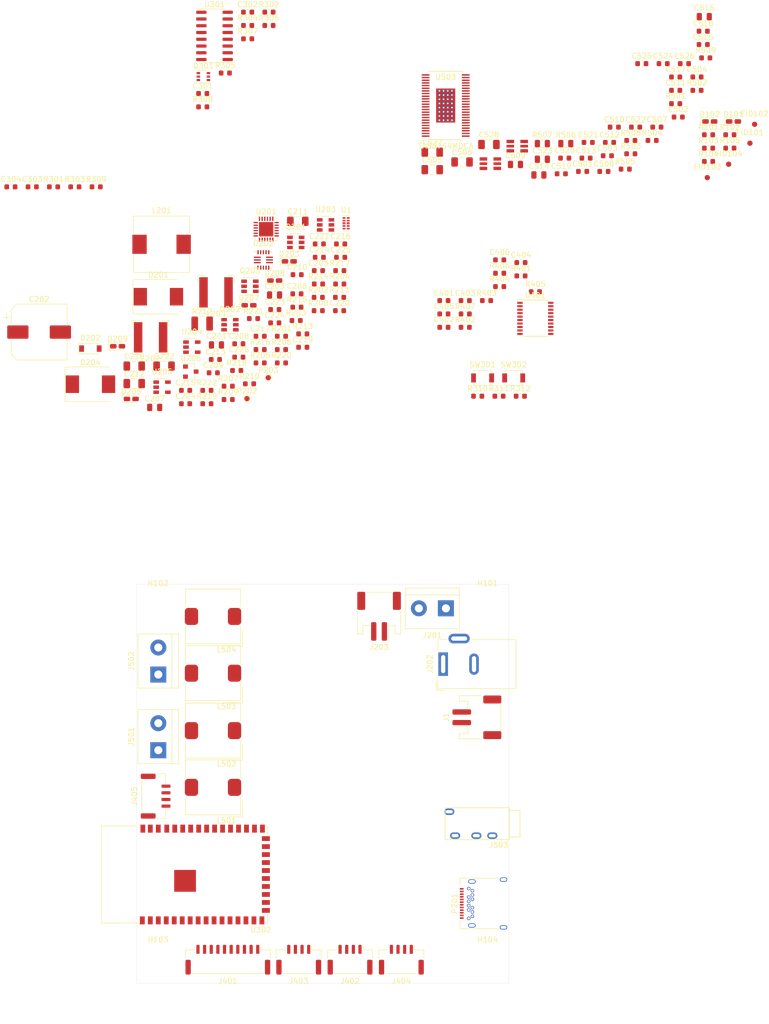
<source format=kicad_pcb>
(kicad_pcb (version 20171130) (host pcbnew "(5.1.5)-3")
  (layers (0 F.Cu signal) (1 In1.Cu signal) (2 In2.Cu signal) (31 B.Cu signal) (34 B.Paste user hide) (35 F.Paste user hide) (36 B.SilkS user hide) (37 F.SilkS user) (38 B.Mask user) (39 F.Mask user hide) (44 Edge.Cuts user))
  (net 0 "")
  (net 1 GND)
  (net 2 +5V)
  (net 3 +3V3)
  (net 4 +3.3VA)
  (net 5 /Microcontroller/IO00)
  (net 6 /Microcontroller/IO15)
  (net 7 "/User Interface/BLED")
  (net 8 /Microcontroller/IO02)
  (net 9 /Microcontroller/IO27)
  (net 10 /Microcontroller/IO25)
  (net 11 /Microcontroller/IO26)
  (net 12 /Microcontroller/RTS)
  (net 13 /Microcontroller/DTR)
  (net 14 /Microcontroller/RXD0)
  (net 15 /Microcontroller/TXD0)
  (net 16 /Microcontroller/IO04_SCL)
  (net 17 /Microcontroller/IO05_SDA)
  (net 18 /Microcontroller/IO13)
  (net 19 /Microcontroller/IO23)
  (net 20 "/Audio Output/SDIN")
  (net 21 "/Audio Output/SCLK")
  (net 22 "/Audio Output/LRCLK")
  (net 23 /Microcontroller/IO22)
  (net 24 /Microcontroller/IO19)
  (net 25 /Microcontroller/IO21)
  (net 26 /Microcontroller/IO18)
  (net 27 /Microcontroller/IO14)
  (net 28 "Net-(C201-Pad2)")
  (net 29 "Net-(C203-Pad2)")
  (net 30 "Net-(C204-Pad1)")
  (net 31 VDC)
  (net 32 "Net-(C205-Pad1)")
  (net 33 "Net-(C208-Pad1)")
  (net 34 "Net-(C209-Pad1)")
  (net 35 "Net-(C210-Pad2)")
  (net 36 "Net-(C212-Pad2)")
  (net 37 "Net-(C213-Pad2)")
  (net 38 "Net-(C213-Pad1)")
  (net 39 "Net-(C214-Pad2)")
  (net 40 "Net-(C215-Pad2)")
  (net 41 "Net-(C216-Pad2)")
  (net 42 "Net-(C216-Pad1)")
  (net 43 +15V)
  (net 44 "Net-(C219-Pad1)")
  (net 45 "Net-(C503-Pad1)")
  (net 46 "Net-(C508-Pad2)")
  (net 47 "Net-(C508-Pad1)")
  (net 48 "Net-(C509-Pad1)")
  (net 49 "Net-(C510-Pad2)")
  (net 50 "/Audio Output/DAC_OUTA")
  (net 51 "Net-(C511-Pad1)")
  (net 52 "Net-(C512-Pad2)")
  (net 53 "Net-(C513-Pad2)")
  (net 54 "Net-(C513-Pad1)")
  (net 55 "Net-(C515-Pad2)")
  (net 56 "Net-(C515-Pad1)")
  (net 57 "Net-(C516-Pad1)")
  (net 58 "Net-(C517-Pad1)")
  (net 59 "Net-(C518-Pad2)")
  (net 60 "Net-(C518-Pad1)")
  (net 61 "Net-(C519-Pad2)")
  (net 62 "Net-(C520-Pad2)")
  (net 63 "Net-(C520-Pad1)")
  (net 64 "Net-(C521-Pad1)")
  (net 65 "Net-(C522-Pad2)")
  (net 66 "Net-(C525-Pad2)")
  (net 67 "/Audio Output/DAC_OUTB")
  (net 68 "Net-(D101-Pad2)")
  (net 69 "Net-(D102-Pad2)")
  (net 70 "Net-(D201-Pad2)")
  (net 71 "Net-(D203-Pad2)")
  (net 72 "Net-(D205-Pad2)")
  (net 73 "Net-(D205-Pad1)")
  (net 74 "Net-(D207-Pad2)")
  (net 75 "Net-(D208-Pad2)")
  (net 76 "Net-(D209-Pad2)")
  (net 77 "Net-(J1-Pad1)")
  (net 78 /Microcontroller/~RESET)
  (net 79 "Net-(J402-Pad3)")
  (net 80 "Net-(J402-Pad2)")
  (net 81 "Net-(J402-Pad1)")
  (net 82 "Net-(J404-Pad3)")
  (net 83 "Net-(J404-Pad2)")
  (net 84 "Net-(J404-Pad1)")
  (net 85 "/Audio Output/Detect")
  (net 86 "Net-(L202-Pad2)")
  (net 87 "Net-(P201-PadB5)")
  (net 88 /Microcontroller/D-)
  (net 89 /Microcontroller/D+)
  (net 90 "Net-(P201-PadA5)")
  (net 91 "Net-(Q201-Pad3)")
  (net 92 "Net-(Q202-Pad4)")
  (net 93 "Net-(Q202-Pad3)")
  (net 94 "Net-(Q301-Pad6)")
  (net 95 "Net-(Q301-Pad2)")
  (net 96 "Net-(Q301-Pad5)")
  (net 97 "Net-(Q301-Pad3)")
  (net 98 "Net-(R207-Pad2)")
  (net 99 "Net-(R208-Pad2)")
  (net 100 "Net-(R209-Pad1)")
  (net 101 "Net-(R210-Pad2)")
  (net 102 "Net-(R215-Pad2)")
  (net 103 "Net-(R216-Pad2)")
  (net 104 "Net-(R302-Pad2)")
  (net 105 "Net-(R303-Pad2)")
  (net 106 "Net-(R501-Pad1)")
  (net 107 "Net-(R502-Pad2)")
  (net 108 "Net-(R504-Pad1)")
  (net 109 "Net-(R505-Pad1)")
  (net 110 "/Audio Output/GPIO0")
  (net 111 "/Power Supply/attach")
  (net 112 "Net-(R310-Pad2)")
  (net 113 "Net-(R311-Pad2)")
  (net 114 "/User Interface/~INT")
  (net 115 "/Audio Output/~SPK_FAULT")
  (net 116 "Net-(U1-Pad10)")
  (net 117 "Net-(U1-Pad7)")
  (net 118 "Net-(U1-Pad6)")
  (net 119 "Net-(U1-Pad9)")
  (net 120 "Net-(U201-Pad20)")
  (net 121 "Net-(U201-Pad17)")
  (net 122 "Net-(U201-Pad15)")
  (net 123 "Net-(U201-Pad14)")
  (net 124 "Net-(U201-Pad3)")
  (net 125 "Net-(U202-Pad12)")
  (net 126 "Net-(U301-Pad15)")
  (net 127 "Net-(U301-Pad12)")
  (net 128 "Net-(U301-Pad11)")
  (net 129 "Net-(U301-Pad10)")
  (net 130 "Net-(U301-Pad9)")
  (net 131 "Net-(U301-Pad8)")
  (net 132 "Net-(U301-Pad7)")
  (net 133 "Net-(U302-Pad17)")
  (net 134 "Net-(U302-Pad18)")
  (net 135 "Net-(U302-Pad19)")
  (net 136 "Net-(U302-Pad20)")
  (net 137 "Net-(U302-Pad21)")
  (net 138 "Net-(U302-Pad22)")
  (net 139 /Microcontroller/I36)
  (net 140 /Microcontroller/I39)
  (net 141 /Microcontroller/I34)
  (net 142 /Microcontroller/I35)
  (net 143 "Net-(U401-Pad20)")
  (net 144 "Net-(U401-Pad19)")
  (net 145 "Net-(U401-Pad18)")
  (net 146 "Net-(U401-Pad13)")
  (net 147 "Net-(U401-Pad8)")
  (net 148 "Net-(U401-Pad3)")
  (net 149 "Net-(U503-Pad22)")
  (net 150 "/Audio Output/GPIO2")
  (net 151 "/Audio Output/GPIO1")
  (net 152 /Microcontroller/IO12)
  (module SilentWorks:PJ320A (layer F.Cu) (at 414.1 170 180)
    (fp_text reference J503 (at -4 -4) (layer F.SilkS))
    (fp_text value AudioJack4)
    (pad R2 thru_hole oval (at -2.8 -2.25) (size 1.9 1.2) (drill oval 1.3 0.6) (layers *.Cu *.Mask) (net 1 GND))
    (pad T thru_hole oval (at 4.2 -2.25) (size 1.9 1.2) (drill oval 1.3 0.6) (layers *.Cu *.Mask) (net 50 "/Audio Output/DAC_OUTA"))
    (pad R1 thru_hole oval (at 0.2 -2.25) (size 1.9 1.2) (drill oval 1.3 0.6) (layers *.Cu *.Mask) (net 67 "/Audio Output/DAC_OUTB"))
    (pad S thru_hole oval (at 5.3 2.25) (size 1.9 1.2) (drill oval 1.3 0.6) (layers *.Cu *.Mask) (net 85 "/Audio Output/Detect"))
    (pad "" np_thru_hole circle (at 2.6 0 270) (size 1 1) (drill 1) (layers *.Cu *.Mask))
    (pad "" np_thru_hole circle (at -4.4 0 270) (size 1 1) (drill 1) (layers *.Cu *.Mask))
  )
  (module Button_Switch_SMD:SW_SPST_B3U-1000P (layer F.Cu) (at 420.92 86.2)
    (fp_text reference SW302 (at 0 -2.5) (layer F.SilkS))
    (fp_text value reset)
    (pad 2 smd rect (at 1.7 0) (size 0.9 1.7) (layers F.Cu F.Paste F.Mask) (net 113 "Net-(R311-Pad2)"))
    (pad 1 smd rect (at -1.7 0) (size 0.9 1.7) (layers F.Cu F.Paste F.Mask) (net 1 GND))
  )
  (module Button_Switch_SMD:SW_SPST_B3U-1000P (layer F.Cu) (at 415.07 86.2)
    (fp_text reference SW301 (at 0 -2.5) (layer F.SilkS))
    (fp_text value boot)
    (pad 2 smd rect (at 1.7 0) (size 0.9 1.7) (layers F.Cu F.Paste F.Mask) (net 112 "Net-(R310-Pad2)"))
    (pad 1 smd rect (at -1.7 0) (size 0.9 1.7) (layers F.Cu F.Paste F.Mask) (net 1 GND))
  )
  (module Resistor_SMD:R_0603_1608Metric (layer F.Cu) (at 422.17 89.63)
    (fp_text reference R312 (at 0 -1.43) (layer F.SilkS))
    (fp_text value 10k)
    (pad 2 smd roundrect (at 0.7875 0) (size 0.875 0.95) (layers F.Cu F.Paste F.Mask) (net 3 +3V3))
    (pad 1 smd roundrect (at -0.7875 0) (size 0.875 0.95) (layers F.Cu F.Paste F.Mask) (net 5 /Microcontroller/IO00))
  )
  (module Resistor_SMD:R_0603_1608Metric (layer F.Cu) (at 418.16 89.63)
    (fp_text reference R311 (at 0 -1.43) (layer F.SilkS))
    (fp_text value 470R)
    (pad 2 smd roundrect (at 0.7875 0) (size 0.875 0.95) (layers F.Cu F.Paste F.Mask) (net 113 "Net-(R311-Pad2)"))
    (pad 1 smd roundrect (at -0.7875 0) (size 0.875 0.95) (layers F.Cu F.Paste F.Mask) (net 78 /Microcontroller/~RESET))
  )
  (module Resistor_SMD:R_0603_1608Metric (layer F.Cu) (at 414.15 89.63)
    (fp_text reference R310 (at 0 -1.43) (layer F.SilkS))
    (fp_text value 470R)
    (pad 2 smd roundrect (at 0.7875 0) (size 0.875 0.95) (layers F.Cu F.Paste F.Mask) (net 112 "Net-(R310-Pad2)"))
    (pad 1 smd roundrect (at -0.7875 0) (size 0.875 0.95) (layers F.Cu F.Paste F.Mask) (net 5 /Microcontroller/IO00))
  )
  (module MountingHole:MountingHole_3.2mm_M3 (layer F.Cu) (at 416 196)
    (fp_text reference H104 (at 0 -4.2) (layer F.SilkS))
    (fp_text value MountingHole)
    (pad 1 np_thru_hole circle (at 0 0) (size 3.2 3.2) (drill 3.2) (layers *.Cu *.Mask))
  )
  (module SilentWorks:TAS5754MDCA (layer F.Cu) (at 408.126801 34.9902)
    (fp_text reference U503 (at 0 -5.334) (layer F.SilkS))
    (fp_text value TAS5754MDCA (at 0 7.62) (layer F.SilkS))
    (pad EPAD thru_hole circle (at 1.1811 -2.7559) (size 0.508 0.508) (drill 0.254) (layers *.Cu *.Mask) (net 1 GND))
    (pad EPAD thru_hole circle (at 1.1811 -1.9685) (size 0.508 0.508) (drill 0.254) (layers *.Cu *.Mask) (net 1 GND))
    (pad EPAD thru_hole circle (at 1.1811 -1.1811) (size 0.508 0.508) (drill 0.254) (layers *.Cu *.Mask) (net 1 GND))
    (pad EPAD thru_hole circle (at 1.1811 -0.3937) (size 0.508 0.508) (drill 0.254) (layers *.Cu *.Mask) (net 1 GND))
    (pad EPAD thru_hole circle (at 1.1811 0.3937) (size 0.508 0.508) (drill 0.254) (layers *.Cu *.Mask) (net 1 GND))
    (pad EPAD thru_hole circle (at 1.1811 1.1811) (size 0.508 0.508) (drill 0.254) (layers *.Cu *.Mask) (net 1 GND))
    (pad EPAD thru_hole circle (at 1.1811 1.9685) (size 0.508 0.508) (drill 0.254) (layers *.Cu *.Mask) (net 1 GND))
    (pad EPAD thru_hole circle (at 1.1811 2.7559) (size 0.508 0.508) (drill 0.254) (layers *.Cu *.Mask) (net 1 GND))
    (pad EPAD thru_hole circle (at 0.3937 -2.7559) (size 0.508 0.508) (drill 0.254) (layers *.Cu *.Mask) (net 1 GND))
    (pad EPAD thru_hole circle (at 0.3937 -1.9685) (size 0.508 0.508) (drill 0.254) (layers *.Cu *.Mask) (net 1 GND))
    (pad EPAD thru_hole circle (at 0.3937 -1.1811) (size 0.508 0.508) (drill 0.254) (layers *.Cu *.Mask) (net 1 GND))
    (pad EPAD thru_hole circle (at 0.3937 -0.3937) (size 0.508 0.508) (drill 0.254) (layers *.Cu *.Mask) (net 1 GND))
    (pad EPAD thru_hole circle (at 0.3937 0.3937) (size 0.508 0.508) (drill 0.254) (layers *.Cu *.Mask) (net 1 GND))
    (pad EPAD thru_hole circle (at 0.3937 1.1811) (size 0.508 0.508) (drill 0.254) (layers *.Cu *.Mask) (net 1 GND))
    (pad EPAD thru_hole circle (at 0.3937 1.9685) (size 0.508 0.508) (drill 0.254) (layers *.Cu *.Mask) (net 1 GND))
    (pad EPAD thru_hole circle (at 0.3937 2.7559) (size 0.508 0.508) (drill 0.254) (layers *.Cu *.Mask) (net 1 GND))
    (pad EPAD thru_hole circle (at -0.3937 -2.7559) (size 0.508 0.508) (drill 0.254) (layers *.Cu *.Mask) (net 1 GND))
    (pad EPAD thru_hole circle (at -0.3937 -1.9685) (size 0.508 0.508) (drill 0.254) (layers *.Cu *.Mask) (net 1 GND))
    (pad EPAD thru_hole circle (at -0.3937 -1.1811) (size 0.508 0.508) (drill 0.254) (layers *.Cu *.Mask) (net 1 GND))
    (pad EPAD thru_hole circle (at -0.3937 -0.3937) (size 0.508 0.508) (drill 0.254) (layers *.Cu *.Mask) (net 1 GND))
    (pad EPAD thru_hole circle (at -0.3937 0.3937) (size 0.508 0.508) (drill 0.254) (layers *.Cu *.Mask) (net 1 GND))
    (pad EPAD thru_hole circle (at -0.3937 1.1811) (size 0.508 0.508) (drill 0.254) (layers *.Cu *.Mask) (net 1 GND))
    (pad EPAD thru_hole circle (at -0.3937 1.9685) (size 0.508 0.508) (drill 0.254) (layers *.Cu *.Mask) (net 1 GND))
    (pad EPAD thru_hole circle (at -0.3937 2.7559) (size 0.508 0.508) (drill 0.254) (layers *.Cu *.Mask) (net 1 GND))
    (pad EPAD thru_hole circle (at -1.1811 -2.7559) (size 0.508 0.508) (drill 0.254) (layers *.Cu *.Mask) (net 1 GND))
    (pad EPAD thru_hole circle (at -1.1811 -1.9685) (size 0.508 0.508) (drill 0.254) (layers *.Cu *.Mask) (net 1 GND))
    (pad EPAD thru_hole circle (at -1.1811 -1.1811) (size 0.508 0.508) (drill 0.254) (layers *.Cu *.Mask) (net 1 GND))
    (pad EPAD thru_hole circle (at -1.1811 -0.3937) (size 0.508 0.508) (drill 0.254) (layers *.Cu *.Mask) (net 1 GND))
    (pad EPAD thru_hole circle (at -1.1811 0.3937) (size 0.508 0.508) (drill 0.254) (layers *.Cu *.Mask) (net 1 GND))
    (pad EPAD thru_hole circle (at -1.1811 1.1811) (size 0.508 0.508) (drill 0.254) (layers *.Cu *.Mask) (net 1 GND))
    (pad EPAD thru_hole circle (at -1.1811 1.9685) (size 0.508 0.508) (drill 0.254) (layers *.Cu *.Mask) (net 1 GND))
    (pad EPAD thru_hole circle (at -1.1811 2.7559) (size 0.508 0.508) (drill 0.254) (layers *.Cu *.Mask) (net 1 GND))
    (pad EPAD smd rect (at 0 0) (size 3.6 6.4) (layers F.Cu F.Paste F.Mask) (net 1 GND))
    (pad 48 smd rect (at 3.775001 -5.750001) (size 1.4612 0.27) (layers F.Cu F.Paste F.Mask) (net 55 "Net-(C515-Pad2)"))
    (pad 47 smd rect (at 3.775001 -5.25) (size 1.4612 0.27) (layers F.Cu F.Paste F.Mask) (net 56 "Net-(C515-Pad1)"))
    (pad 46 smd rect (at 3.775001 -4.750001) (size 1.4612 0.27) (layers F.Cu F.Paste F.Mask) (net 1 GND))
    (pad 45 smd rect (at 3.775001 -4.249999) (size 1.4612 0.27) (layers F.Cu F.Paste F.Mask) (net 62 "Net-(C520-Pad2)"))
    (pad 44 smd rect (at 3.775001 -3.75) (size 1.4612 0.27) (layers F.Cu F.Paste F.Mask) (net 63 "Net-(C520-Pad1)"))
    (pad 43 smd rect (at 3.775001 -3.250001) (size 1.4612 0.27) (layers F.Cu F.Paste F.Mask) (net 43 +15V))
    (pad 42 smd rect (at 3.775001 -2.75) (size 1.4612 0.27) (layers F.Cu F.Paste F.Mask) (net 43 +15V))
    (pad 41 smd rect (at 3.775001 -2.250001) (size 1.4612 0.27) (layers F.Cu F.Paste F.Mask) (net 43 +15V))
    (pad 40 smd rect (at 3.775001 -1.749999) (size 1.4612 0.27) (layers F.Cu F.Paste F.Mask) (net 115 "/Audio Output/~SPK_FAULT"))
    (pad 39 smd rect (at 3.775001 -1.25) (size 1.4612 0.27) (layers F.Cu F.Paste F.Mask) (net 1 GND))
    (pad 38 smd rect (at 3.775001 -0.750001) (size 1.4612 0.27) (layers F.Cu F.Paste F.Mask) (net 65 "Net-(C522-Pad2)"))
    (pad 37 smd rect (at 3.775001 -0.25) (size 1.4612 0.27) (layers F.Cu F.Paste F.Mask) (net 67 "/Audio Output/DAC_OUTB"))
    (pad 36 smd rect (at 3.775001 0.25) (size 1.4612 0.27) (layers F.Cu F.Paste F.Mask) (net 66 "Net-(C525-Pad2)"))
    (pad 35 smd rect (at 3.775001 0.749998) (size 1.4612 0.27) (layers F.Cu F.Paste F.Mask) (net 64 "Net-(C521-Pad1)"))
    (pad 34 smd rect (at 3.775001 1.25) (size 1.4612 0.27) (layers F.Cu F.Paste F.Mask) (net 59 "Net-(C518-Pad2)"))
    (pad 33 smd rect (at 3.775001 1.749999) (size 1.4612 0.27) (layers F.Cu F.Paste F.Mask) (net 1 GND))
    (pad 32 smd rect (at 3.775001 2.250001) (size 1.4612 0.27) (layers F.Cu F.Paste F.Mask) (net 60 "Net-(C518-Pad1)"))
    (pad 31 smd rect (at 3.775001 2.75) (size 1.4612 0.27) (layers F.Cu F.Paste F.Mask) (net 3 +3V3))
    (pad 30 smd rect (at 3.775001 3.249999) (size 1.4612 0.27) (layers F.Cu F.Paste F.Mask) (net 3 +3V3))
    (pad 29 smd rect (at 3.775001 3.75) (size 1.4612 0.27) (layers F.Cu F.Paste F.Mask) (net 1 GND))
    (pad 28 smd rect (at 3.775001 4.249999) (size 1.4612 0.27) (layers F.Cu F.Paste F.Mask) (net 58 "Net-(C517-Pad1)"))
    (pad 27 smd rect (at 3.775001 4.750001) (size 1.4612 0.27) (layers F.Cu F.Paste F.Mask) (net 152 /Microcontroller/IO12))
    (pad 26 smd rect (at 3.775001 5.25) (size 1.4612 0.27) (layers F.Cu F.Paste F.Mask) (net 1 GND))
    (pad 25 smd rect (at 3.775001 5.749999) (size 1.4612 0.27) (layers F.Cu F.Paste F.Mask) (net 22 "/Audio Output/LRCLK"))
    (pad 24 smd rect (at -3.775001 5.750001) (size 1.4612 0.27) (layers F.Cu F.Paste F.Mask) (net 20 "/Audio Output/SDIN"))
    (pad 23 smd rect (at -3.775001 5.25) (size 1.4612 0.27) (layers F.Cu F.Paste F.Mask) (net 21 "/Audio Output/SCLK"))
    (pad 22 smd rect (at -3.775001 4.750001) (size 1.4612 0.27) (layers F.Cu F.Paste F.Mask) (net 149 "Net-(U503-Pad22)"))
    (pad 21 smd rect (at -3.775001 4.249999) (size 1.4612 0.27) (layers F.Cu F.Paste F.Mask) (net 150 "/Audio Output/GPIO2"))
    (pad 20 smd rect (at -3.775001 3.75) (size 1.4612 0.27) (layers F.Cu F.Paste F.Mask) (net 1 GND))
    (pad 19 smd rect (at -3.775001 3.250001) (size 1.4612 0.27) (layers F.Cu F.Paste F.Mask) (net 151 "/Audio Output/GPIO1"))
    (pad 18 smd rect (at -3.775001 2.75) (size 1.4612 0.27) (layers F.Cu F.Paste F.Mask) (net 110 "/Audio Output/GPIO0"))
    (pad 17 smd rect (at -3.775001 2.250001) (size 1.4612 0.27) (layers F.Cu F.Paste F.Mask) (net 16 /Microcontroller/IO04_SCL))
    (pad 16 smd rect (at -3.775001 1.749999) (size 1.4612 0.27) (layers F.Cu F.Paste F.Mask) (net 17 /Microcontroller/IO05_SDA))
    (pad 15 smd rect (at -3.775001 1.25) (size 1.4612 0.27) (layers F.Cu F.Paste F.Mask) (net 1 GND))
    (pad 14 smd rect (at -3.775001 0.750001) (size 1.4612 0.27) (layers F.Cu F.Paste F.Mask) (net 4 +3.3VA))
    (pad 13 smd rect (at -3.775001 0.25) (size 1.4612 0.27) (layers F.Cu F.Paste F.Mask) (net 51 "Net-(C511-Pad1)"))
    (pad 12 smd rect (at -3.775001 -0.25) (size 1.4612 0.27) (layers F.Cu F.Paste F.Mask) (net 50 "/Audio Output/DAC_OUTA"))
    (pad 11 smd rect (at -3.775001 -0.750001) (size 1.4612 0.27) (layers F.Cu F.Paste F.Mask) (net 52 "Net-(C512-Pad2)"))
    (pad 10 smd rect (at -3.775001 -1.25) (size 1.4612 0.27) (layers F.Cu F.Paste F.Mask) (net 1 GND))
    (pad 9 smd rect (at -3.775001 -1.749999) (size 1.4612 0.27) (layers F.Cu F.Paste F.Mask) (net 107 "Net-(R502-Pad2)"))
    (pad 8 smd rect (at -3.775001 -2.250001) (size 1.4612 0.27) (layers F.Cu F.Paste F.Mask) (net 45 "Net-(C503-Pad1)"))
    (pad 7 smd rect (at -3.775001 -2.75) (size 1.4612 0.27) (layers F.Cu F.Paste F.Mask) (net 43 +15V))
    (pad 6 smd rect (at -3.775001 -3.250001) (size 1.4612 0.27) (layers F.Cu F.Paste F.Mask) (net 43 +15V))
    (pad 5 smd rect (at -3.775001 -3.75) (size 1.4612 0.27) (layers F.Cu F.Paste F.Mask) (net 46 "Net-(C508-Pad2)"))
    (pad 4 smd rect (at -3.775001 -4.249999) (size 1.4612 0.27) (layers F.Cu F.Paste F.Mask) (net 47 "Net-(C508-Pad1)"))
    (pad 3 smd rect (at -3.775001 -4.750001) (size 1.4612 0.27) (layers F.Cu F.Paste F.Mask) (net 1 GND))
    (pad 2 smd rect (at -3.775001 -5.25) (size 1.4612 0.27) (layers F.Cu F.Paste F.Mask) (net 54 "Net-(C513-Pad1)"))
    (pad 1 smd rect (at -3.775001 -5.749999) (size 1.4612 0.27) (layers F.Cu F.Paste F.Mask) (net 53 "Net-(C513-Pad2)"))
  )
  (module SilentWorks:SPH0644HM4H-1 (layer F.Cu) (at 416.530999 45.92)
    (fp_text reference U502)
    (fp_text value SPH0644HM4H-1)
    (pad 6 smd rect (at 1.304 -0.884) (size 1.432 0.622) (layers F.Cu F.Paste F.Mask) (net 1 GND))
    (pad 5 smd rect (at 1.304 0) (size 1.432 0.5) (layers F.Cu F.Paste F.Mask) (net 1 GND))
    (pad 4 smd rect (at 1.304 0.884) (size 1.432 0.622) (layers F.Cu F.Paste F.Mask) (net 1 GND))
    (pad 3 smd rect (at -1.304 0.884) (size 1.432 0.622) (layers F.Cu F.Paste F.Mask) (net 109 "Net-(R505-Pad1)"))
    (pad 2 smd rect (at -1.304 0) (size 1.432 0.5) (layers F.Cu F.Paste F.Mask) (net 108 "Net-(R504-Pad1)"))
    (pad 1 smd rect (at -1.304 -0.884) (size 1.432 0.622) (layers F.Cu F.Paste F.Mask) (net 4 +3.3VA))
  )
  (module SilentWorks:SPH0644HM4H-1 (layer F.Cu) (at 421.590999 42.63)
    (fp_text reference U501)
    (fp_text value SPH0644HM4H-1)
    (pad 6 smd rect (at 1.304 -0.884) (size 1.432 0.622) (layers F.Cu F.Paste F.Mask) (net 1 GND))
    (pad 5 smd rect (at 1.304 0) (size 1.432 0.5) (layers F.Cu F.Paste F.Mask) (net 3 +3V3))
    (pad 4 smd rect (at 1.304 0.884) (size 1.432 0.622) (layers F.Cu F.Paste F.Mask) (net 1 GND))
    (pad 3 smd rect (at -1.304 0.884) (size 1.432 0.622) (layers F.Cu F.Paste F.Mask) (net 106 "Net-(R501-Pad1)"))
    (pad 2 smd rect (at -1.304 0) (size 1.432 0.5) (layers F.Cu F.Paste F.Mask) (net 108 "Net-(R504-Pad1)"))
    (pad 1 smd rect (at -1.304 -0.884) (size 1.432 0.622) (layers F.Cu F.Paste F.Mask) (net 4 +3.3VA))
  )
  (module Package_SO:SSOP-20_4.4x6.5mm_P0.65mm (layer F.Cu) (at 425 75)
    (fp_text reference U401 (at 0 -4.3) (layer F.SilkS))
    (fp_text value PCF8574ATS)
    (pad 20 smd rect (at 2.9 -2.925) (size 1 0.4) (layers F.Cu F.Paste F.Mask) (net 143 "Net-(U401-Pad20)"))
    (pad 19 smd rect (at 2.9 -2.275) (size 1 0.4) (layers F.Cu F.Paste F.Mask) (net 144 "Net-(U401-Pad19)"))
    (pad 18 smd rect (at 2.9 -1.625) (size 1 0.4) (layers F.Cu F.Paste F.Mask) (net 145 "Net-(U401-Pad18)"))
    (pad 17 smd rect (at 2.9 -0.975) (size 1 0.4) (layers F.Cu F.Paste F.Mask) (net 82 "Net-(J404-Pad3)"))
    (pad 16 smd rect (at 2.9 -0.325) (size 1 0.4) (layers F.Cu F.Paste F.Mask) (net 83 "Net-(J404-Pad2)"))
    (pad 15 smd rect (at 2.9 0.325) (size 1 0.4) (layers F.Cu F.Paste F.Mask) (net 1 GND))
    (pad 14 smd rect (at 2.9 0.975) (size 1 0.4) (layers F.Cu F.Paste F.Mask) (net 84 "Net-(J404-Pad1)"))
    (pad 13 smd rect (at 2.9 1.625) (size 1 0.4) (layers F.Cu F.Paste F.Mask) (net 146 "Net-(U401-Pad13)"))
    (pad 12 smd rect (at 2.9 2.275) (size 1 0.4) (layers F.Cu F.Paste F.Mask) (net 79 "Net-(J402-Pad3)"))
    (pad 11 smd rect (at 2.9 2.925) (size 1 0.4) (layers F.Cu F.Paste F.Mask) (net 80 "Net-(J402-Pad2)"))
    (pad 10 smd rect (at -2.9 2.925) (size 1 0.4) (layers F.Cu F.Paste F.Mask) (net 81 "Net-(J402-Pad1)"))
    (pad 9 smd rect (at -2.9 2.275) (size 1 0.4) (layers F.Cu F.Paste F.Mask) (net 1 GND))
    (pad 8 smd rect (at -2.9 1.625) (size 1 0.4) (layers F.Cu F.Paste F.Mask) (net 147 "Net-(U401-Pad8)"))
    (pad 7 smd rect (at -2.9 0.975) (size 1 0.4) (layers F.Cu F.Paste F.Mask) (net 1 GND))
    (pad 6 smd rect (at -2.9 0.325) (size 1 0.4) (layers F.Cu F.Paste F.Mask) (net 1 GND))
    (pad 5 smd rect (at -2.9 -0.325) (size 1 0.4) (layers F.Cu F.Paste F.Mask) (net 3 +3V3))
    (pad 4 smd rect (at -2.9 -0.975) (size 1 0.4) (layers F.Cu F.Paste F.Mask) (net 17 /Microcontroller/IO05_SDA))
    (pad 3 smd rect (at -2.9 -1.625) (size 1 0.4) (layers F.Cu F.Paste F.Mask) (net 148 "Net-(U401-Pad3)"))
    (pad 2 smd rect (at -2.9 -2.275) (size 1 0.4) (layers F.Cu F.Paste F.Mask) (net 16 /Microcontroller/IO04_SCL))
    (pad 1 smd rect (at -2.9 -2.925) (size 1 0.4) (layers F.Cu F.Paste F.Mask) (net 114 "/User Interface/~INT"))
  )
  (module RF_Module:ESP32-S2-WROVER (layer F.Cu) (at 362.827 179.553 90)
    (fp_text reference U302 (at -10.41 10.53) (layer F.SilkS))
    (fp_text value ESP32-WROVER)
    (pad 1 smd rect (at -8.625 -11.775 90) (size 1.5 0.9) (layers F.Cu F.Paste F.Mask) (net 1 GND))
    (pad 15 smd rect (at -8.625 9.225 270) (size 1.5 0.9) (layers F.Cu F.Paste F.Mask) (net 1 GND))
    (pad 16 smd rect (at -8.625 10.725 270) (size 1.5 0.9) (layers F.Cu F.Paste F.Mask) (net 18 /Microcontroller/IO13))
    (pad 17 smd rect (at -6.75 11.475 90) (size 0.9 1.5) (layers F.Cu F.Paste F.Mask) (net 133 "Net-(U302-Pad17)"))
    (pad 18 smd rect (at -5.25 11.475 90) (size 0.9 1.5) (layers F.Cu F.Paste F.Mask) (net 134 "Net-(U302-Pad18)"))
    (pad 19 smd rect (at -3.75 11.475 90) (size 0.9 1.5) (layers F.Cu F.Paste F.Mask) (net 135 "Net-(U302-Pad19)"))
    (pad 20 smd rect (at -2.25 11.475 90) (size 0.9 1.5) (layers F.Cu F.Paste F.Mask) (net 136 "Net-(U302-Pad20)"))
    (pad 21 smd rect (at -0.75 11.475 90) (size 0.9 1.5) (layers F.Cu F.Paste F.Mask) (net 137 "Net-(U302-Pad21)"))
    (pad 22 smd rect (at 0.75 11.475 90) (size 0.9 1.5) (layers F.Cu F.Paste F.Mask) (net 138 "Net-(U302-Pad22)"))
    (pad 23 smd rect (at 2.25 11.475 90) (size 0.9 1.5) (layers F.Cu F.Paste F.Mask) (net 6 /Microcontroller/IO15))
    (pad 24 smd rect (at 3.75 11.475 90) (size 0.9 1.5) (layers F.Cu F.Paste F.Mask) (net 8 /Microcontroller/IO02))
    (pad 2 smd rect (at -8.625 -10.275 90) (size 1.5 0.9) (layers F.Cu F.Paste F.Mask) (net 3 +3V3))
    (pad 3 smd rect (at -8.625 -8.775 90) (size 1.5 0.9) (layers F.Cu F.Paste F.Mask) (net 78 /Microcontroller/~RESET))
    (pad 4 smd rect (at -8.625 -7.275 90) (size 1.5 0.9) (layers F.Cu F.Paste F.Mask) (net 139 /Microcontroller/I36))
    (pad 5 smd rect (at -8.625 -5.775 90) (size 1.5 0.9) (layers F.Cu F.Paste F.Mask) (net 140 /Microcontroller/I39))
    (pad 6 smd rect (at -8.625 -4.275 90) (size 1.5 0.9) (layers F.Cu F.Paste F.Mask) (net 141 /Microcontroller/I34))
    (pad 7 smd rect (at -8.625 -2.775 90) (size 1.5 0.9) (layers F.Cu F.Paste F.Mask) (net 142 /Microcontroller/I35))
    (pad 8 smd rect (at -8.625 -1.275 90) (size 1.5 0.9) (layers F.Cu F.Paste F.Mask) (net 110 "/Audio Output/GPIO0"))
    (pad 9 smd rect (at -8.625 0.225 90) (size 1.5 0.9) (layers F.Cu F.Paste F.Mask) (net 7 "/User Interface/BLED"))
    (pad 10 smd rect (at -8.625 1.725 90) (size 1.5 0.9) (layers F.Cu F.Paste F.Mask) (net 10 /Microcontroller/IO25))
    (pad 11 smd rect (at -8.625 3.225 90) (size 1.5 0.9) (layers F.Cu F.Paste F.Mask) (net 11 /Microcontroller/IO26))
    (pad 12 smd rect (at -8.625 4.725 90) (size 1.5 0.9) (layers F.Cu F.Paste F.Mask) (net 9 /Microcontroller/IO27))
    (pad 13 smd rect (at -8.625 6.225 90) (size 1.5 0.9) (layers F.Cu F.Paste F.Mask) (net 27 /Microcontroller/IO14))
    (pad 14 smd rect (at -8.625 7.725 90) (size 1.5 0.9) (layers F.Cu F.Paste F.Mask) (net 152 /Microcontroller/IO12))
    (pad 38 smd rect (at 8.625 -5.675 90) (size 1.5 0.9) (layers F.Cu F.Paste F.Mask) (net 1 GND))
    (pad 37 smd rect (at 8.625 -4.175 90) (size 1.5 0.9) (layers F.Cu F.Paste F.Mask) (net 19 /Microcontroller/IO23))
    (pad 36 smd rect (at 8.625 -2.675 90) (size 1.5 0.9) (layers F.Cu F.Paste F.Mask) (net 23 /Microcontroller/IO22))
    (pad 35 smd rect (at 8.625 -1.175 90) (size 1.5 0.9) (layers F.Cu F.Paste F.Mask) (net 15 /Microcontroller/TXD0))
    (pad 34 smd rect (at 8.625 0.325 90) (size 1.5 0.9) (layers F.Cu F.Paste F.Mask) (net 14 /Microcontroller/RXD0))
    (pad 33 smd rect (at 8.625 1.825 90) (size 1.5 0.9) (layers F.Cu F.Paste F.Mask) (net 25 /Microcontroller/IO21))
    (pad 32 smd rect (at 8.625 3.325 90) (size 1.5 0.9) (layers F.Cu F.Paste F.Mask))
    (pad 31 smd rect (at 8.625 4.825 90) (size 1.5 0.9) (layers F.Cu F.Paste F.Mask) (net 24 /Microcontroller/IO19))
    (pad 30 smd rect (at 8.625 6.325 90) (size 1.5 0.9) (layers F.Cu F.Paste F.Mask) (net 26 /Microcontroller/IO18))
    (pad 29 smd rect (at 8.625 7.825 90) (size 1.5 0.9) (layers F.Cu F.Paste F.Mask) (net 17 /Microcontroller/IO05_SDA))
    (pad 28 smd rect (at 8.625 9.325 90) (size 1.5 0.9) (layers F.Cu F.Paste F.Mask))
    (pad 27 smd rect (at 8.625 10.825 90) (size 1.5 0.9) (layers F.Cu F.Paste F.Mask))
    (pad 26 smd rect (at 6.75 11.475 90) (size 0.9 1.5) (layers F.Cu F.Paste F.Mask) (net 16 /Microcontroller/IO04_SCL))
    (pad 25 smd rect (at 5.25 11.475 90) (size 0.9 1.5) (layers F.Cu F.Paste F.Mask) (net 5 /Microcontroller/IO00))
    (pad 39 smd rect (at 8.625 -7.175 90) (size 1.5 0.9) (layers F.Cu F.Paste F.Mask) (net 1 GND))
    (pad 40 smd rect (at 8.625 -8.775 90) (size 1.5 0.9) (layers F.Cu F.Paste F.Mask))
    (pad 41 smd rect (at 8.625 -10.275 90) (size 1.5 0.9) (layers F.Cu F.Paste F.Mask))
    (pad 42 smd rect (at 8.625 -11.675 90) (size 1.5 0.9) (layers F.Cu F.Paste F.Mask))
    (pad 43 smd rect (at -1.19 -3.735 90) (size 4.1 4.1) (layers F.Cu F.Paste F.Mask))
  )
  (module Package_SO:SOIC-16_3.9x9.9mm_P1.27mm (layer F.Cu) (at 364.638 21.9)
    (fp_text reference U301 (at 0 -5.9) (layer F.SilkS))
    (fp_text value CH340C)
    (pad 16 smd roundrect (at 2.475 -4.445) (size 1.95 0.6) (layers F.Cu F.Paste F.Mask) (net 3 +3V3))
    (pad 15 smd roundrect (at 2.475 -3.175) (size 1.95 0.6) (layers F.Cu F.Paste F.Mask) (net 126 "Net-(U301-Pad15)"))
    (pad 14 smd roundrect (at 2.475 -1.905) (size 1.95 0.6) (layers F.Cu F.Paste F.Mask) (net 12 /Microcontroller/RTS))
    (pad 13 smd roundrect (at 2.475 -0.635) (size 1.95 0.6) (layers F.Cu F.Paste F.Mask) (net 13 /Microcontroller/DTR))
    (pad 12 smd roundrect (at 2.475 0.635) (size 1.95 0.6) (layers F.Cu F.Paste F.Mask) (net 127 "Net-(U301-Pad12)"))
    (pad 11 smd roundrect (at 2.475 1.905) (size 1.95 0.6) (layers F.Cu F.Paste F.Mask) (net 128 "Net-(U301-Pad11)"))
    (pad 10 smd roundrect (at 2.475 3.175) (size 1.95 0.6) (layers F.Cu F.Paste F.Mask) (net 129 "Net-(U301-Pad10)"))
    (pad 9 smd roundrect (at 2.475 4.445) (size 1.95 0.6) (layers F.Cu F.Paste F.Mask) (net 130 "Net-(U301-Pad9)"))
    (pad 8 smd roundrect (at -2.475 4.445) (size 1.95 0.6) (layers F.Cu F.Paste F.Mask) (net 131 "Net-(U301-Pad8)"))
    (pad 7 smd roundrect (at -2.475 3.175) (size 1.95 0.6) (layers F.Cu F.Paste F.Mask) (net 132 "Net-(U301-Pad7)"))
    (pad 6 smd roundrect (at -2.475 1.905) (size 1.95 0.6) (layers F.Cu F.Paste F.Mask) (net 88 /Microcontroller/D-))
    (pad 5 smd roundrect (at -2.475 0.635) (size 1.95 0.6) (layers F.Cu F.Paste F.Mask) (net 89 /Microcontroller/D+))
    (pad 4 smd roundrect (at -2.475 -0.635) (size 1.95 0.6) (layers F.Cu F.Paste F.Mask) (net 3 +3V3))
    (pad 3 smd roundrect (at -2.475 -1.905) (size 1.95 0.6) (layers F.Cu F.Paste F.Mask) (net 105 "Net-(R303-Pad2)"))
    (pad 2 smd roundrect (at -2.475 -3.175) (size 1.95 0.6) (layers F.Cu F.Paste F.Mask) (net 104 "Net-(R302-Pad2)"))
    (pad 1 smd roundrect (at -2.475 -4.445) (size 1.95 0.6) (layers F.Cu F.Paste F.Mask) (net 1 GND))
  )
  (module Package_TO_SOT_SMD:SOT-23 (layer F.Cu) (at 360.17 85.01)
    (fp_text reference U206 (at 0 -2.5) (layer F.SilkS))
    (fp_text value TLV803EC30DBZR)
    (pad 3 smd rect (at 1 0) (size 0.9 0.8) (layers F.Cu F.Paste F.Mask) (net 3 +3V3))
    (pad 2 smd rect (at -1 0.95) (size 0.9 0.8) (layers F.Cu F.Paste F.Mask) (net 78 /Microcontroller/~RESET))
    (pad 1 smd rect (at -1 -0.95) (size 0.9 0.8) (layers F.Cu F.Paste F.Mask) (net 1 GND))
  )
  (module Package_TO_SOT_SMD:SOT-23-5 (layer F.Cu) (at 354.76 87.94)
    (fp_text reference U205 (at 0 -2.9) (layer F.SilkS))
    (fp_text value TLV75733PDBV)
    (pad 5 smd rect (at 1.1 -0.95) (size 1.06 0.65) (layers F.Cu F.Paste F.Mask) (net 4 +3.3VA))
    (pad 4 smd rect (at 1.1 0.95) (size 1.06 0.65) (layers F.Cu F.Paste F.Mask) (net 1 GND))
    (pad 3 smd rect (at -1.1 0.95) (size 1.06 0.65) (layers F.Cu F.Paste F.Mask) (net 2 +5V))
    (pad 2 smd rect (at -1.1 0) (size 1.06 0.65) (layers F.Cu F.Paste F.Mask) (net 1 GND))
    (pad 1 smd rect (at -1.1 -0.95) (size 1.06 0.65) (layers F.Cu F.Paste F.Mask) (net 2 +5V))
  )
  (module Package_TO_SOT_SMD:SOT-23-5 (layer F.Cu) (at 360.37 80.41)
    (fp_text reference U204 (at 0 -2.9) (layer F.SilkS))
    (fp_text value TLV75733PDBV)
    (pad 5 smd rect (at 1.1 -0.95) (size 1.06 0.65) (layers F.Cu F.Paste F.Mask) (net 3 +3V3))
    (pad 4 smd rect (at 1.1 0.95) (size 1.06 0.65) (layers F.Cu F.Paste F.Mask) (net 1 GND))
    (pad 3 smd rect (at -1.1 0.95) (size 1.06 0.65) (layers F.Cu F.Paste F.Mask) (net 2 +5V))
    (pad 2 smd rect (at -1.1 0) (size 1.06 0.65) (layers F.Cu F.Paste F.Mask) (net 1 GND))
    (pad 1 smd rect (at -1.1 -0.95) (size 1.06 0.65) (layers F.Cu F.Paste F.Mask) (net 2 +5V))
  )
  (module Package_TO_SOT_SMD:SOT-23-6 (layer F.Cu) (at 385.53 57.43)
    (fp_text reference U203 (at 0 -2.9) (layer F.SilkS))
    (fp_text value TPS565208)
    (pad 5 smd rect (at 1.1 0) (size 1.06 0.65) (layers F.Cu F.Paste F.Mask) (net 43 +15V))
    (pad 6 smd rect (at 1.1 -0.95) (size 1.06 0.65) (layers F.Cu F.Paste F.Mask) (net 42 "Net-(C216-Pad1)"))
    (pad 4 smd rect (at 1.1 0.95) (size 1.06 0.65) (layers F.Cu F.Paste F.Mask) (net 44 "Net-(C219-Pad1)"))
    (pad 3 smd rect (at -1.1 0.95) (size 1.06 0.65) (layers F.Cu F.Paste F.Mask) (net 43 +15V))
    (pad 2 smd rect (at -1.1 0) (size 1.06 0.65) (layers F.Cu F.Paste F.Mask) (net 41 "Net-(C216-Pad2)"))
    (pad 1 smd rect (at -1.1 -0.95) (size 1.06 0.65) (layers F.Cu F.Paste F.Mask) (net 1 GND))
  )
  (module SilentWorks:QFN-16_2.9x2.9_Pitch0.5mm (layer F.Cu) (at 373.83 64.02)
    (fp_text reference U202 (at 0 -3.1) (layer F.SilkS))
    (fp_text value MP2615)
    (pad 16 smd rect (at -1.004 -1.45) (size 0.25 0.75) (layers F.Cu F.Paste F.Mask) (net 1 GND))
    (pad 15 smd rect (at -0.508 -1.45) (size 0.25 0.75) (layers F.Cu F.Paste F.Mask) (net 38 "Net-(C213-Pad1)"))
    (pad 14 smd rect (at -0.004 -1.45) (size 0.25 0.75) (layers F.Cu F.Paste F.Mask) (net 40 "Net-(C215-Pad2)"))
    (pad 13 smd rect (at 0.496 -1.45) (size 0.25 0.75) (layers F.Cu F.Paste F.Mask) (net 102 "Net-(R215-Pad2)"))
    (pad 12 smd rect (at 1.016 -1.45 180) (size 0.25 0.75) (layers F.Cu F.Paste F.Mask) (net 125 "Net-(U202-Pad12)"))
    (pad 11 smd rect (at 1.15 -0.504 90) (size 0.25 1.3) (layers F.Cu F.Paste F.Mask) (net 73 "Net-(D205-Pad1)"))
    (pad 10 smd rect (at 1.15 -0.004 90) (size 0.25 1.3) (layers F.Cu F.Paste F.Mask) (net 86 "Net-(L202-Pad2)"))
    (pad 9 smd rect (at 1.15 0.496 90) (size 0.25 1.3) (layers F.Cu F.Paste F.Mask) (net 36 "Net-(C212-Pad2)"))
    (pad 8 smd rect (at 1.004 1.45) (size 0.25 0.75) (layers F.Cu F.Paste F.Mask) (net 1 GND))
    (pad 7 smd rect (at 0.504 1.45) (size 0.25 0.75) (layers F.Cu F.Paste F.Mask))
    (pad 6 smd rect (at 0.004 1.45) (size 0.25 0.75) (layers F.Cu F.Paste F.Mask) (net 103 "Net-(R216-Pad2)"))
    (pad 5 smd rect (at -0.496 1.45) (size 0.25 0.75) (layers F.Cu F.Paste F.Mask) (net 39 "Net-(C214-Pad2)"))
    (pad 4 smd rect (at -1.016 1.45 180) (size 0.25 0.75) (layers F.Cu F.Paste F.Mask) (net 1 GND))
    (pad 3 smd rect (at -1.15 0.504 90) (size 0.25 1.3) (layers F.Cu F.Paste F.Mask) (net 39 "Net-(C214-Pad2)"))
    (pad 2 smd rect (at -1.15 0.004 90) (size 0.25 1.3) (layers F.Cu F.Paste F.Mask))
    (pad 1 smd rect (at -1.15 -0.496 90) (size 0.25 1.3) (layers F.Cu F.Paste F.Mask) (net 37 "Net-(C213-Pad2)"))
  )
  (module Package_DFN_QFN:QFN-24-1EP_4x4mm_P0.5mm_EP2.7x2.7mm (layer F.Cu) (at 374.35 58.25)
    (fp_text reference U201 (at 0 -3.32) (layer F.SilkS))
    (fp_text value STUSB4500QTR)
    (pad 25 smd rect (at 0 0) (size 2.7 2.7) (layers F.Cu F.Mask) (net 1 GND))
    (pad 24 smd roundrect (at -1.25 -1.9625) (size 0.25 0.825) (layers F.Cu F.Paste F.Mask) (net 30 "Net-(C204-Pad1)"))
    (pad 23 smd roundrect (at -0.75 -1.9625) (size 0.25 0.825) (layers F.Cu F.Paste F.Mask) (net 34 "Net-(C209-Pad1)"))
    (pad 22 smd roundrect (at -0.25 -1.9625) (size 0.25 0.825) (layers F.Cu F.Paste F.Mask) (net 1 GND))
    (pad 21 smd roundrect (at 0.25 -1.9625) (size 0.25 0.825) (layers F.Cu F.Paste F.Mask) (net 33 "Net-(C208-Pad1)"))
    (pad 20 smd roundrect (at 0.75 -1.9625) (size 0.25 0.825) (layers F.Cu F.Paste F.Mask) (net 120 "Net-(U201-Pad20)"))
    (pad 19 smd roundrect (at 1.25 -1.9625) (size 0.25 0.825) (layers F.Cu F.Paste F.Mask) (net 23 /Microcontroller/IO22))
    (pad 18 smd roundrect (at 1.9625 -1.25) (size 0.825 0.25) (layers F.Cu F.Paste F.Mask) (net 98 "Net-(R207-Pad2)"))
    (pad 17 smd roundrect (at 1.9625 -0.75) (size 0.825 0.25) (layers F.Cu F.Paste F.Mask) (net 121 "Net-(U201-Pad17)"))
    (pad 16 smd roundrect (at 1.9625 -0.25) (size 0.825 0.25) (layers F.Cu F.Paste F.Mask) (net 99 "Net-(R208-Pad2)"))
    (pad 15 smd roundrect (at 1.9625 0.25) (size 0.825 0.25) (layers F.Cu F.Paste F.Mask) (net 122 "Net-(U201-Pad15)"))
    (pad 14 smd roundrect (at 1.9625 0.75) (size 0.825 0.25) (layers F.Cu F.Paste F.Mask) (net 123 "Net-(U201-Pad14)"))
    (pad 13 smd roundrect (at 1.9625 1.25) (size 0.825 0.25) (layers F.Cu F.Paste F.Mask) (net 1 GND))
    (pad 12 smd roundrect (at 1.25 1.9625) (size 0.25 0.825) (layers F.Cu F.Paste F.Mask) (net 1 GND))
    (pad 11 smd roundrect (at 0.75 1.9625) (size 0.25 0.825) (layers F.Cu F.Paste F.Mask) (net 111 "/Power Supply/attach"))
    (pad 10 smd roundrect (at 0.25 1.9625) (size 0.25 0.825) (layers F.Cu F.Paste F.Mask) (net 1 GND))
    (pad 9 smd roundrect (at -0.25 1.9625) (size 0.25 0.825) (layers F.Cu F.Paste F.Mask) (net 101 "Net-(R210-Pad2)"))
    (pad 8 smd roundrect (at -0.75 1.9625) (size 0.25 0.825) (layers F.Cu F.Paste F.Mask) (net 17 /Microcontroller/IO05_SDA))
    (pad 7 smd roundrect (at -1.25 1.9625) (size 0.25 0.825) (layers F.Cu F.Paste F.Mask) (net 16 /Microcontroller/IO04_SCL))
    (pad 6 smd roundrect (at -1.9625 1.25) (size 0.825 0.25) (layers F.Cu F.Paste F.Mask) (net 100 "Net-(R209-Pad1)"))
    (pad 5 smd roundrect (at -1.9625 0.75) (size 0.825 0.25) (layers F.Cu F.Paste F.Mask) (net 87 "Net-(P201-PadB5)"))
    (pad 4 smd roundrect (at -1.9625 0.25) (size 0.825 0.25) (layers F.Cu F.Paste F.Mask) (net 87 "Net-(P201-PadB5)"))
    (pad 3 smd roundrect (at -1.9625 -0.25) (size 0.825 0.25) (layers F.Cu F.Paste F.Mask) (net 124 "Net-(U201-Pad3)"))
    (pad 2 smd roundrect (at -1.9625 -0.75) (size 0.825 0.25) (layers F.Cu F.Paste F.Mask) (net 90 "Net-(P201-PadA5)"))
    (pad 1 smd roundrect (at -1.9625 -1.25) (size 0.825 0.25) (layers F.Cu F.Paste F.Mask) (net 90 "Net-(P201-PadA5)"))
  )
  (module Package_SON:USON-10_2.5x1.0mm_P0.5mm (layer F.Cu) (at 389.39 57.13)
    (fp_text reference U1 (at 0.01829 -2.5) (layer F.SilkS))
    (fp_text value TPD4E02B04DQA)
    (pad 8 smd rect (at 0.385 0 270) (size 0.4 0.55) (layers F.Cu F.Paste F.Mask) (net 1 GND))
    (pad 10 smd rect (at 0.385 -1 270) (size 0.3 0.55) (layers F.Cu F.Paste F.Mask) (net 116 "Net-(U1-Pad10)"))
    (pad 7 smd rect (at 0.385 0.5 270) (size 0.3 0.55) (layers F.Cu F.Paste F.Mask) (net 117 "Net-(U1-Pad7)"))
    (pad 6 smd rect (at 0.385 1 270) (size 0.3 0.55) (layers F.Cu F.Paste F.Mask) (net 118 "Net-(U1-Pad6)"))
    (pad 9 smd rect (at 0.385 -0.5 270) (size 0.3 0.55) (layers F.Cu F.Paste F.Mask) (net 119 "Net-(U1-Pad9)"))
    (pad 5 smd rect (at -0.385 1 270) (size 0.3 0.55) (layers F.Cu F.Paste F.Mask) (net 90 "Net-(P201-PadA5)"))
    (pad 4 smd rect (at -0.385 0.5 270) (size 0.3 0.55) (layers F.Cu F.Paste F.Mask) (net 87 "Net-(P201-PadB5)"))
    (pad 3 smd rect (at -0.385 0 270) (size 0.4 0.55) (layers F.Cu F.Paste F.Mask) (net 1 GND))
    (pad 2 smd rect (at -0.385 -0.5 270) (size 0.3 0.55) (layers F.Cu F.Paste F.Mask) (net 88 /Microcontroller/D-))
    (pad 1 smd rect (at -0.385 -1 270) (size 0.3 0.55) (layers F.Cu F.Paste F.Mask) (net 89 /Microcontroller/D+))
  )
  (module Resistor_SMD:R_0603_1608Metric (layer F.Cu) (at 457.056 26.035)
    (fp_text reference R509 (at 0 -1.43) (layer F.SilkS))
    (fp_text value 10k)
    (pad 2 smd roundrect (at 0.7875 0) (size 0.875 0.95) (layers F.Cu F.Paste F.Mask) (net 3 +3V3))
    (pad 1 smd roundrect (at -0.7875 0) (size 0.875 0.95) (layers F.Cu F.Paste F.Mask) (net 85 "/Audio Output/Detect"))
  )
  (module Resistor_SMD:R_0603_1608Metric (layer F.Cu) (at 442.956 41.555)
    (fp_text reference R508 (at 0 -1.43) (layer F.SilkS))
    (fp_text value 46.4k)
    (pad 2 smd roundrect (at 0.7875 0) (size 0.875 0.95) (layers F.Cu F.Paste F.Mask) (net 3 +3V3))
    (pad 1 smd roundrect (at -0.7875 0) (size 0.875 0.95) (layers F.Cu F.Paste F.Mask) (net 115 "/Audio Output/~SPK_FAULT"))
  )
  (module Resistor_SMD:R_0805_2012Metric (layer F.Cu) (at 426.316 42.145)
    (fp_text reference R507 (at 0 -1.65) (layer F.SilkS))
    (fp_text value 50m)
    (pad 2 smd roundrect (at 0.9375 0) (size 0.975 1.4) (layers F.Cu F.Paste F.Mask) (net 57 "Net-(C516-Pad1)"))
    (pad 1 smd roundrect (at -0.9375 0) (size 0.975 1.4) (layers F.Cu F.Paste F.Mask) (net 61 "Net-(C519-Pad2)"))
  )
  (module Resistor_SMD:R_0805_2012Metric (layer F.Cu) (at 430.726 42.145)
    (fp_text reference R506 (at 0 -1.65) (layer F.SilkS))
    (fp_text value 50m)
    (pad 2 smd roundrect (at 0.9375 0) (size 0.975 1.4) (layers F.Cu F.Paste F.Mask) (net 48 "Net-(C509-Pad1)"))
    (pad 1 smd roundrect (at -0.9375 0) (size 0.975 1.4) (layers F.Cu F.Paste F.Mask) (net 49 "Net-(C510-Pad2)"))
  )
  (module Resistor_SMD:R_0603_1608Metric (layer F.Cu) (at 441.906 46.945)
    (fp_text reference R505 (at 0 -1.43) (layer F.SilkS))
    (fp_text value 10R)
    (pad 2 smd roundrect (at 0.7875 0) (size 0.875 0.95) (layers F.Cu F.Paste F.Mask) (net 18 /Microcontroller/IO13))
    (pad 1 smd roundrect (at -0.7875 0) (size 0.875 0.95) (layers F.Cu F.Paste F.Mask) (net 109 "Net-(R505-Pad1)"))
  )
  (module Resistor_SMD:R_0603_1608Metric (layer F.Cu) (at 446.966 41.555)
    (fp_text reference R504 (at 0 -1.43) (layer F.SilkS))
    (fp_text value 10R)
    (pad 2 smd roundrect (at 0.7875 0) (size 0.875 0.95) (layers F.Cu F.Paste F.Mask) (net 19 /Microcontroller/IO23))
    (pad 1 smd roundrect (at -0.7875 0) (size 0.875 0.95) (layers F.Cu F.Paste F.Mask) (net 108 "Net-(R504-Pad1)"))
  )
  (module Resistor_SMD:R_0603_1608Metric (layer F.Cu) (at 442.956 44.065)
    (fp_text reference R503 (at 0 -1.43) (layer F.SilkS))
    (fp_text value 150k)
    (pad 2 smd roundrect (at 0.7875 0) (size 0.875 0.95) (layers F.Cu F.Paste F.Mask) (net 45 "Net-(C503-Pad1)"))
    (pad 1 smd roundrect (at -0.7875 0) (size 0.875 0.95) (layers F.Cu F.Paste F.Mask) (net 107 "Net-(R502-Pad2)"))
  )
  (module Resistor_SMD:R_0603_1608Metric (layer F.Cu) (at 455.406 32.135)
    (fp_text reference R502 (at 0 -1.43) (layer F.SilkS))
    (fp_text value 750k)
    (pad 2 smd roundrect (at 0.7875 0) (size 0.875 0.95) (layers F.Cu F.Paste F.Mask) (net 107 "Net-(R502-Pad2)"))
    (pad 1 smd roundrect (at -0.7875 0) (size 0.875 0.95) (layers F.Cu F.Paste F.Mask) (net 1 GND))
  )
  (module Resistor_SMD:R_0603_1608Metric (layer F.Cu) (at 451.396 34.645)
    (fp_text reference R501 (at 0 -1.43) (layer F.SilkS))
    (fp_text value 10R)
    (pad 2 smd roundrect (at 0.7875 0) (size 0.875 0.95) (layers F.Cu F.Paste F.Mask) (net 18 /Microcontroller/IO13))
    (pad 1 smd roundrect (at -0.7875 0) (size 0.875 0.95) (layers F.Cu F.Paste F.Mask) (net 106 "Net-(R501-Pad1)"))
  )
  (module Resistor_SMD:R_0603_1608Metric (layer F.Cu) (at 411.8 74.17)
    (fp_text reference R407 (at 0 -1.43) (layer F.SilkS))
    (fp_text value 10k)
    (pad 2 smd roundrect (at 0.7875 0) (size 0.875 0.95) (layers F.Cu F.Paste F.Mask) (net 114 "/User Interface/~INT"))
    (pad 1 smd roundrect (at -0.7875 0) (size 0.875 0.95) (layers F.Cu F.Paste F.Mask) (net 3 +3V3))
  )
  (module Resistor_SMD:R_0603_1608Metric (layer F.Cu) (at 418.28 66.52)
    (fp_text reference R406 (at 0 -1.43) (layer F.SilkS))
    (fp_text value 1k)
    (pad 2 smd roundrect (at 0.7875 0) (size 0.875 0.95) (layers F.Cu F.Paste F.Mask) (net 82 "Net-(J404-Pad3)"))
    (pad 1 smd roundrect (at -0.7875 0) (size 0.875 0.95) (layers F.Cu F.Paste F.Mask) (net 3 +3V3))
  )
  (module Resistor_SMD:R_0603_1608Metric (layer F.Cu) (at 425 70)
    (fp_text reference R405 (at 0 -1.43) (layer F.SilkS))
    (fp_text value 1k)
    (pad 2 smd roundrect (at 0.7875 0) (size 0.875 0.95) (layers F.Cu F.Paste F.Mask) (net 83 "Net-(J404-Pad2)"))
    (pad 1 smd roundrect (at -0.7875 0) (size 0.875 0.95) (layers F.Cu F.Paste F.Mask) (net 3 +3V3))
  )
  (module Resistor_SMD:R_0603_1608Metric (layer F.Cu) (at 418.28 69.03)
    (fp_text reference R404 (at 0 -1.43) (layer F.SilkS))
    (fp_text value 1k)
    (pad 2 smd roundrect (at 0.7875 0) (size 0.875 0.95) (layers F.Cu F.Paste F.Mask) (net 84 "Net-(J404-Pad1)"))
    (pad 1 smd roundrect (at -0.7875 0) (size 0.875 0.95) (layers F.Cu F.Paste F.Mask) (net 3 +3V3))
  )
  (module Resistor_SMD:R_0603_1608Metric (layer F.Cu) (at 415.81 71.66)
    (fp_text reference R403 (at 0 -1.43) (layer F.SilkS))
    (fp_text value 1k)
    (pad 2 smd roundrect (at 0.7875 0) (size 0.875 0.95) (layers F.Cu F.Paste F.Mask) (net 79 "Net-(J402-Pad3)"))
    (pad 1 smd roundrect (at -0.7875 0) (size 0.875 0.95) (layers F.Cu F.Paste F.Mask) (net 3 +3V3))
  )
  (module Resistor_SMD:R_0603_1608Metric (layer F.Cu) (at 411.8 76.68)
    (fp_text reference R402 (at 0 -1.43) (layer F.SilkS))
    (fp_text value 1k)
    (pad 2 smd roundrect (at 0.7875 0) (size 0.875 0.95) (layers F.Cu F.Paste F.Mask) (net 80 "Net-(J402-Pad2)"))
    (pad 1 smd roundrect (at -0.7875 0) (size 0.875 0.95) (layers F.Cu F.Paste F.Mask) (net 3 +3V3))
  )
  (module Resistor_SMD:R_0603_1608Metric (layer F.Cu) (at 422.29 67.02)
    (fp_text reference R401 (at 0 -1.43) (layer F.SilkS))
    (fp_text value 1k)
    (pad 2 smd roundrect (at 0.7875 0) (size 0.875 0.95) (layers F.Cu F.Paste F.Mask) (net 81 "Net-(J402-Pad1)"))
    (pad 1 smd roundrect (at -0.7875 0) (size 0.875 0.95) (layers F.Cu F.Paste F.Mask) (net 3 +3V3))
  )
  (module Resistor_SMD:R_0603_1608Metric (layer F.Cu) (at 342.37 50.28)
    (fp_text reference R309 (at 0 -1.43) (layer F.SilkS))
    (fp_text value 220R)
    (pad 2 smd roundrect (at 0.7875 0) (size 0.875 0.95) (layers F.Cu F.Paste F.Mask) (net 94 "Net-(Q301-Pad6)"))
    (pad 1 smd roundrect (at -0.7875 0) (size 0.875 0.95) (layers F.Cu F.Paste F.Mask) (net 5 /Microcontroller/IO00))
  )
  (module Resistor_SMD:R_0603_1608Metric (layer F.Cu) (at 362.418 35.24)
    (fp_text reference R308 (at 0 -1.43) (layer F.SilkS))
    (fp_text value 1k)
    (pad 2 smd roundrect (at 0.7875 0) (size 0.875 0.95) (layers F.Cu F.Paste F.Mask) (net 12 /Microcontroller/RTS))
    (pad 1 smd roundrect (at -0.7875 0) (size 0.875 0.95) (layers F.Cu F.Paste F.Mask) (net 95 "Net-(Q301-Pad2)"))
  )
  (module Resistor_SMD:R_0603_1608Metric (layer F.Cu) (at 370.868 22.45)
    (fp_text reference R307 (at 0 -1.43) (layer F.SilkS))
    (fp_text value 4.7k)
    (pad 2 smd roundrect (at 0.7875 0) (size 0.875 0.95) (layers F.Cu F.Paste F.Mask) (net 17 /Microcontroller/IO05_SDA))
    (pad 1 smd roundrect (at -0.7875 0) (size 0.875 0.95) (layers F.Cu F.Paste F.Mask) (net 3 +3V3))
  )
  (module Resistor_SMD:R_0603_1608Metric (layer F.Cu) (at 374.878 19.94)
    (fp_text reference R306 (at 0 -1.43) (layer F.SilkS))
    (fp_text value 4.7k)
    (pad 2 smd roundrect (at 0.7875 0) (size 0.875 0.95) (layers F.Cu F.Paste F.Mask) (net 16 /Microcontroller/IO04_SCL))
    (pad 1 smd roundrect (at -0.7875 0) (size 0.875 0.95) (layers F.Cu F.Paste F.Mask) (net 3 +3V3))
  )
  (module Resistor_SMD:R_0603_1608Metric (layer F.Cu) (at 366.668 28.88)
    (fp_text reference R305 (at 0 -1.43) (layer F.SilkS))
    (fp_text value 1k)
    (pad 2 smd roundrect (at 0.7875 0) (size 0.875 0.95) (layers F.Cu F.Paste F.Mask) (net 13 /Microcontroller/DTR))
    (pad 1 smd roundrect (at -0.7875 0) (size 0.875 0.95) (layers F.Cu F.Paste F.Mask) (net 96 "Net-(Q301-Pad5)"))
  )
  (module Resistor_SMD:R_0603_1608Metric (layer F.Cu) (at 370.868 19.94)
    (fp_text reference R304 (at 0 -1.43) (layer F.SilkS))
    (fp_text value 220R)
    (pad 2 smd roundrect (at 0.7875 0) (size 0.875 0.95) (layers F.Cu F.Paste F.Mask) (net 78 /Microcontroller/~RESET))
    (pad 1 smd roundrect (at -0.7875 0) (size 0.875 0.95) (layers F.Cu F.Paste F.Mask) (net 97 "Net-(Q301-Pad3)"))
  )
  (module Resistor_SMD:R_0603_1608Metric (layer F.Cu) (at 338.36 50.28)
    (fp_text reference R303 (at 0 -1.43) (layer F.SilkS))
    (fp_text value 470R)
    (pad 2 smd roundrect (at 0.7875 0) (size 0.875 0.95) (layers F.Cu F.Paste F.Mask) (net 105 "Net-(R303-Pad2)"))
    (pad 1 smd roundrect (at -0.7875 0) (size 0.875 0.95) (layers F.Cu F.Paste F.Mask) (net 15 /Microcontroller/TXD0))
  )
  (module Resistor_SMD:R_0603_1608Metric (layer F.Cu) (at 374.878 17.43)
    (fp_text reference R302 (at 0 -1.43) (layer F.SilkS))
    (fp_text value 470R)
    (pad 2 smd roundrect (at 0.7875 0) (size 0.875 0.95) (layers F.Cu F.Paste F.Mask) (net 104 "Net-(R302-Pad2)"))
    (pad 1 smd roundrect (at -0.7875 0) (size 0.875 0.95) (layers F.Cu F.Paste F.Mask) (net 14 /Microcontroller/RXD0))
  )
  (module Resistor_SMD:R_0603_1608Metric (layer F.Cu) (at 334.35 50.28)
    (fp_text reference R301 (at 0 -1.43) (layer F.SilkS))
    (fp_text value 10k)
    (pad 2 smd roundrect (at 0.7875 0) (size 0.875 0.95) (layers F.Cu F.Paste F.Mask) (net 3 +3V3))
    (pad 1 smd roundrect (at -0.7875 0) (size 0.875 0.95) (layers F.Cu F.Paste F.Mask) (net 78 /Microcontroller/~RESET))
  )
  (module Resistor_SMD:R_0603_1608Metric (layer F.Cu) (at 363.2 88.54)
    (fp_text reference R222 (at 0 -1.43) (layer F.SilkS))
    (fp_text value 10k)
    (pad 2 smd roundrect (at 0.7875 0) (size 0.875 0.95) (layers F.Cu F.Paste F.Mask) (net 78 /Microcontroller/~RESET))
    (pad 1 smd roundrect (at -0.7875 0) (size 0.875 0.95) (layers F.Cu F.Paste F.Mask) (net 3 +3V3))
  )
  (module Resistor_SMD:R_0603_1608Metric (layer F.Cu) (at 371.97 75.04)
    (fp_text reference R221 (at 0 -1.43) (layer F.SilkS))
    (fp_text value 1k)
    (pad 2 smd roundrect (at 0.7875 0) (size 0.875 0.95) (layers F.Cu F.Paste F.Mask) (net 4 +3.3VA))
    (pad 1 smd roundrect (at -0.7875 0) (size 0.875 0.95) (layers F.Cu F.Paste F.Mask) (net 76 "Net-(D209-Pad2)"))
  )
  (module Resistor_SMD:R_0603_1608Metric (layer F.Cu) (at 377.23 83.38)
    (fp_text reference R220 (at 0 -1.43) (layer F.SilkS))
    (fp_text value 10k)
    (pad 2 smd roundrect (at 0.7875 0) (size 0.875 0.95) (layers F.Cu F.Paste F.Mask) (net 44 "Net-(C219-Pad1)"))
    (pad 1 smd roundrect (at -0.7875 0) (size 0.875 0.95) (layers F.Cu F.Paste F.Mask) (net 1 GND))
  )
  (module Resistor_SMD:R_0603_1608Metric (layer F.Cu) (at 363.2 91.05)
    (fp_text reference R219 (at 0 -1.43) (layer F.SilkS))
    (fp_text value 54.9k)
    (pad 2 smd roundrect (at 0.7875 0) (size 0.875 0.95) (layers F.Cu F.Paste F.Mask) (net 44 "Net-(C219-Pad1)"))
    (pad 1 smd roundrect (at -0.7875 0) (size 0.875 0.95) (layers F.Cu F.Paste F.Mask) (net 2 +5V))
  )
  (module Resistor_SMD:R_0603_1608Metric (layer F.Cu) (at 368.81 84.8)
    (fp_text reference R218 (at 0 -1.43) (layer F.SilkS))
    (fp_text value 1k)
    (pad 2 smd roundrect (at 0.7875 0) (size 0.875 0.95) (layers F.Cu F.Paste F.Mask) (net 2 +5V))
    (pad 1 smd roundrect (at -0.7875 0) (size 0.875 0.95) (layers F.Cu F.Paste F.Mask) (net 75 "Net-(D208-Pad2)"))
  )
  (module Resistor_SMD:R_0603_1608Metric (layer F.Cu) (at 388.2 66.03)
    (fp_text reference R217 (at 0 -1.43) (layer F.SilkS))
    (fp_text value 1k)
    (pad 2 smd roundrect (at 0.7875 0) (size 0.875 0.95) (layers F.Cu F.Paste F.Mask) (net 3 +3V3))
    (pad 1 smd roundrect (at -0.7875 0) (size 0.875 0.95) (layers F.Cu F.Paste F.Mask) (net 74 "Net-(D207-Pad2)"))
  )
  (module Resistor_SMD:R_0603_1608Metric (layer F.Cu) (at 373.22 80.87)
    (fp_text reference R216 (at 0 -1.43) (layer F.SilkS))
    (fp_text value 100k)
    (pad 2 smd roundrect (at 0.7875 0) (size 0.875 0.95) (layers F.Cu F.Paste F.Mask) (net 103 "Net-(R216-Pad2)"))
    (pad 1 smd roundrect (at -0.7875 0) (size 0.875 0.95) (layers F.Cu F.Paste F.Mask) (net 1 GND))
  )
  (module Resistor_SMD:R_0603_1608Metric (layer F.Cu) (at 380.14 72.9)
    (fp_text reference R215 (at 0 -1.43) (layer F.SilkS))
    (fp_text value 10k)
    (pad 2 smd roundrect (at 0.7875 0) (size 0.875 0.95) (layers F.Cu F.Paste F.Mask) (net 102 "Net-(R215-Pad2)"))
    (pad 1 smd roundrect (at -0.7875 0) (size 0.875 0.95) (layers F.Cu F.Paste F.Mask) (net 39 "Net-(C214-Pad2)"))
  )
  (module Resistor_SMD:R_0603_1608Metric (layer F.Cu) (at 384.19 68.54)
    (fp_text reference R214 (at 0 -1.43) (layer F.SilkS))
    (fp_text value 10k)
    (pad 2 smd roundrect (at 0.7875 0) (size 0.875 0.95) (layers F.Cu F.Paste F.Mask) (net 111 "/Power Supply/attach"))
    (pad 1 smd roundrect (at -0.7875 0) (size 0.875 0.95) (layers F.Cu F.Paste F.Mask) (net 3 +3V3))
  )
  (module Resistor_SMD:R_0603_1608Metric (layer F.Cu) (at 381.24 77.92)
    (fp_text reference R213 (at 0 -1.43) (layer F.SilkS))
    (fp_text value 10k)
    (pad 2 smd roundrect (at 0.7875 0) (size 0.875 0.95) (layers F.Cu F.Paste F.Mask) (net 23 /Microcontroller/IO22))
    (pad 1 smd roundrect (at -0.7875 0) (size 0.875 0.95) (layers F.Cu F.Paste F.Mask) (net 3 +3V3))
  )
  (module Resistor_SMD:R_1210_3225Metric (layer F.Cu) (at 362.31 75.98)
    (fp_text reference R212 (at 0 -2.28) (layer F.SilkS))
    (fp_text value 100mR)
    (pad 2 smd roundrect (at 1.4 0) (size 1.25 2.65) (layers F.Cu F.Paste F.Mask) (roundrect_rratio 0.2) (net 36 "Net-(C212-Pad2)"))
    (pad 1 smd roundrect (at -1.4 0) (size 1.25 2.65) (layers F.Cu F.Paste F.Mask) (roundrect_rratio 0.2) (net 86 "Net-(L202-Pad2)"))
  )
  (module Resistor_SMD:R_0603_1608Metric (layer F.Cu) (at 388.16 71.05)
    (fp_text reference R211 (at 0 -1.43) (layer F.SilkS))
    (fp_text value 10k)
    (pad 2 smd roundrect (at 0.7875 0) (size 0.875 0.95) (layers F.Cu F.Paste F.Mask) (net 31 VDC))
    (pad 1 smd roundrect (at -0.7875 0) (size 0.875 0.95) (layers F.Cu F.Paste F.Mask) (net 72 "Net-(D205-Pad2)"))
  )
  (module Resistor_SMD:R_0603_1608Metric (layer F.Cu) (at 371.22 87.31)
    (fp_text reference R210 (at 0 -1.43) (layer F.SilkS))
    (fp_text value 1k)
    (pad 2 smd roundrect (at 0.7875 0) (size 0.875 0.95) (layers F.Cu F.Paste F.Mask) (net 101 "Net-(R210-Pad2)"))
    (pad 1 smd roundrect (at -0.7875 0) (size 0.875 0.95) (layers F.Cu F.Paste F.Mask) (net 31 VDC))
  )
  (module Resistor_SMD:R_0603_1608Metric (layer F.Cu) (at 367.21 90.26)
    (fp_text reference R209 (at 0 -1.43) (layer F.SilkS))
    (fp_text value 100k)
    (pad 2 smd roundrect (at 0.7875 0) (size 0.875 0.95) (layers F.Cu F.Paste F.Mask) (net 1 GND))
    (pad 1 smd roundrect (at -0.7875 0) (size 0.875 0.95) (layers F.Cu F.Paste F.Mask) (net 100 "Net-(R209-Pad1)"))
  )
  (module Resistor_SMD:R_0603_1608Metric (layer F.Cu) (at 384.15 73.56)
    (fp_text reference R208 (at 0 -1.43) (layer F.SilkS))
    (fp_text value 22k)
    (pad 2 smd roundrect (at 0.7875 0) (size 0.875 0.95) (layers F.Cu F.Paste F.Mask) (net 99 "Net-(R208-Pad2)"))
    (pad 1 smd roundrect (at -0.7875 0) (size 0.875 0.95) (layers F.Cu F.Paste F.Mask) (net 93 "Net-(Q202-Pad3)"))
  )
  (module Resistor_SMD:R_0603_1608Metric (layer F.Cu) (at 367.21 87.75)
    (fp_text reference R207 (at 0 -1.43) (layer F.SilkS))
    (fp_text value 1k)
    (pad 2 smd roundrect (at 0.7875 0) (size 0.875 0.95) (layers F.Cu F.Paste F.Mask) (net 98 "Net-(R207-Pad2)"))
    (pad 1 smd roundrect (at -0.7875 0) (size 0.875 0.95) (layers F.Cu F.Paste F.Mask) (net 35 "Net-(C210-Pad2)"))
  )
  (module Resistor_SMD:R_0603_1608Metric (layer F.Cu) (at 377.23 80.87)
    (fp_text reference R206 (at 0 -1.43) (layer F.SilkS))
    (fp_text value 100k)
    (pad 2 smd roundrect (at 0.7875 0) (size 0.875 0.95) (layers F.Cu F.Paste F.Mask) (net 93 "Net-(Q202-Pad3)"))
    (pad 1 smd roundrect (at -0.7875 0) (size 0.875 0.95) (layers F.Cu F.Paste F.Mask) (net 32 "Net-(C205-Pad1)"))
  )
  (module Resistor_SMD:R_0603_1608Metric (layer F.Cu) (at 373.22 83.38)
    (fp_text reference R205 (at 0 -1.43) (layer F.SilkS))
    (fp_text value 10k)
    (pad 2 smd roundrect (at 0.7875 0) (size 0.875 0.95) (layers F.Cu F.Paste F.Mask) (net 91 "Net-(Q201-Pad3)"))
    (pad 1 smd roundrect (at -0.7875 0) (size 0.875 0.95) (layers F.Cu F.Paste F.Mask) (net 77 "Net-(J1-Pad1)"))
  )
  (module Resistor_SMD:R_0603_1608Metric (layer F.Cu) (at 388.2 68.54)
    (fp_text reference R204 (at 0 -1.43) (layer F.SilkS))
    (fp_text value 100k)
    (pad 2 smd roundrect (at 0.7875 0) (size 0.875 0.95) (layers F.Cu F.Paste F.Mask) (net 93 "Net-(Q202-Pad3)"))
    (pad 1 smd roundrect (at -0.7875 0) (size 0.875 0.95) (layers F.Cu F.Paste F.Mask) (net 92 "Net-(Q202-Pad4)"))
  )
  (module Resistor_SMD:R_0603_1608Metric (layer F.Cu) (at 379.99 75.41)
    (fp_text reference R203 (at 0 -1.43) (layer F.SilkS))
    (fp_text value 470)
    (pad 2 smd roundrect (at 0.7875 0) (size 0.875 0.95) (layers F.Cu F.Paste F.Mask) (net 35 "Net-(C210-Pad2)"))
    (pad 1 smd roundrect (at -0.7875 0) (size 0.875 0.95) (layers F.Cu F.Paste F.Mask) (net 29 "Net-(C203-Pad2)"))
  )
  (module Resistor_SMD:R_0603_1608Metric (layer F.Cu) (at 384.15 71.05)
    (fp_text reference R202 (at 0 -1.43) (layer F.SilkS))
    (fp_text value 499k)
    (pad 2 smd roundrect (at 0.7875 0) (size 0.875 0.95) (layers F.Cu F.Paste F.Mask) (net 28 "Net-(C201-Pad2)"))
    (pad 1 smd roundrect (at -0.7875 0) (size 0.875 0.95) (layers F.Cu F.Paste F.Mask) (net 91 "Net-(Q201-Pad3)"))
  )
  (module Resistor_SMD:R_0603_1608Metric (layer F.Cu) (at 377.23 78.36)
    (fp_text reference R201 (at 0 -1.43) (layer F.SilkS))
    (fp_text value 10k)
    (pad 2 smd roundrect (at 0.7875 0) (size 0.875 0.95) (layers F.Cu F.Paste F.Mask) (net 43 +15V))
    (pad 1 smd roundrect (at -0.7875 0) (size 0.875 0.95) (layers F.Cu F.Paste F.Mask) (net 71 "Net-(D203-Pad2)"))
  )
  (module Resistor_SMD:R_0603_1608Metric (layer F.Cu) (at 461.59 43)
    (fp_text reference R105 (at 0 -1.43) (layer F.SilkS))
    (fp_text value 1k)
    (pad 2 smd roundrect (at 0.7875 0) (size 0.875 0.95) (layers F.Cu F.Paste F.Mask) (net 3 +3V3))
    (pad 1 smd roundrect (at -0.7875 0) (size 0.875 0.95) (layers F.Cu F.Paste F.Mask) (net 69 "Net-(D102-Pad2)"))
  )
  (module Resistor_SMD:R_0603_1608Metric (layer F.Cu) (at 457.58 45.51)
    (fp_text reference R104 (at 0 -1.43) (layer F.SilkS))
    (fp_text value 1k)
    (pad 2 smd roundrect (at 0.7875 0) (size 0.875 0.95) (layers F.Cu F.Paste F.Mask) (net 3 +3V3))
    (pad 1 smd roundrect (at -0.7875 0) (size 0.875 0.95) (layers F.Cu F.Paste F.Mask) (net 68 "Net-(D101-Pad2)"))
  )
  (module Resistor_SMD:R_0603_1608Metric (layer F.Cu) (at 457.58 43)
    (fp_text reference R103 (at 0 -1.43) (layer F.SilkS))
    (fp_text value 10R)
    (pad 2 smd roundrect (at 0.7875 0) (size 0.875 0.95) (layers F.Cu F.Paste F.Mask) (net 24 /Microcontroller/IO19))
    (pad 1 smd roundrect (at -0.7875 0) (size 0.875 0.95) (layers F.Cu F.Paste F.Mask) (net 20 "/Audio Output/SDIN"))
  )
  (module Resistor_SMD:R_0603_1608Metric (layer F.Cu) (at 461.59 40.49)
    (fp_text reference R102 (at 0 -1.43) (layer F.SilkS))
    (fp_text value 10R)
    (pad 2 smd roundrect (at 0.7875 0) (size 0.875 0.95) (layers F.Cu F.Paste F.Mask) (net 25 /Microcontroller/IO21))
    (pad 1 smd roundrect (at -0.7875 0) (size 0.875 0.95) (layers F.Cu F.Paste F.Mask) (net 21 "/Audio Output/SCLK"))
  )
  (module Resistor_SMD:R_0603_1608Metric (layer F.Cu) (at 457.58 40.49)
    (fp_text reference R101 (at 0 -1.43) (layer F.SilkS))
    (fp_text value 10R)
    (pad 2 smd roundrect (at 0.7875 0) (size 0.875 0.95) (layers F.Cu F.Paste F.Mask) (net 26 /Microcontroller/IO18))
    (pad 1 smd roundrect (at -0.7875 0) (size 0.875 0.95) (layers F.Cu F.Paste F.Mask) (net 22 "/Audio Output/LRCLK"))
  )
  (module Package_TO_SOT_SMD:SOT-363_SC-70-6 (layer F.Cu) (at 362.538 29.55)
    (fp_text reference Q301 (at 0 -2) (layer F.SilkS))
    (fp_text value BC846BDW1)
    (pad 6 smd rect (at 0.95 -0.65) (size 0.65 0.4) (layers F.Cu F.Paste F.Mask) (net 94 "Net-(Q301-Pad6)"))
    (pad 4 smd rect (at 0.95 0.65) (size 0.65 0.4) (layers F.Cu F.Paste F.Mask) (net 12 /Microcontroller/RTS))
    (pad 2 smd rect (at -0.95 0) (size 0.65 0.4) (layers F.Cu F.Paste F.Mask) (net 95 "Net-(Q301-Pad2)"))
    (pad 5 smd rect (at 0.95 0) (size 0.65 0.4) (layers F.Cu F.Paste F.Mask) (net 96 "Net-(Q301-Pad5)"))
    (pad 3 smd rect (at -0.95 0.65) (size 0.65 0.4) (layers F.Cu F.Paste F.Mask) (net 97 "Net-(Q301-Pad3)"))
    (pad 1 smd rect (at -0.95 -0.65) (size 0.65 0.4) (layers F.Cu F.Paste F.Mask) (net 13 /Microcontroller/DTR))
  )
  (module Package_TO_SOT_SMD:SOT-23-6 (layer F.Cu) (at 371.3 68.97)
    (fp_text reference Q203 (at 0 -2.9) (layer F.SilkS))
    (fp_text value TSM3457)
    (pad 5 smd rect (at 1.1 0) (size 1.06 0.65) (layers F.Cu F.Paste F.Mask) (net 31 VDC))
    (pad 6 smd rect (at 1.1 -0.95) (size 1.06 0.65) (layers F.Cu F.Paste F.Mask) (net 31 VDC))
    (pad 4 smd rect (at 1.1 0.95) (size 1.06 0.65) (layers F.Cu F.Paste F.Mask) (net 92 "Net-(Q202-Pad4)"))
    (pad 3 smd rect (at -1.1 0.95) (size 1.06 0.65) (layers F.Cu F.Paste F.Mask) (net 93 "Net-(Q202-Pad3)"))
    (pad 2 smd rect (at -1.1 0) (size 1.06 0.65) (layers F.Cu F.Paste F.Mask) (net 31 VDC))
    (pad 1 smd rect (at -1.1 -0.95) (size 1.06 0.65) (layers F.Cu F.Paste F.Mask) (net 31 VDC))
  )
  (module Package_TO_SOT_SMD:SOT-23-6 (layer F.Cu) (at 367.54 76.2)
    (fp_text reference Q202 (at 0 -2.9) (layer F.SilkS))
    (fp_text value TSM3457)
    (pad 5 smd rect (at 1.1 0) (size 1.06 0.65) (layers F.Cu F.Paste F.Mask) (net 29 "Net-(C203-Pad2)"))
    (pad 6 smd rect (at 1.1 -0.95) (size 1.06 0.65) (layers F.Cu F.Paste F.Mask) (net 29 "Net-(C203-Pad2)"))
    (pad 4 smd rect (at 1.1 0.95) (size 1.06 0.65) (layers F.Cu F.Paste F.Mask) (net 92 "Net-(Q202-Pad4)"))
    (pad 3 smd rect (at -1.1 0.95) (size 1.06 0.65) (layers F.Cu F.Paste F.Mask) (net 93 "Net-(Q202-Pad3)"))
    (pad 2 smd rect (at -1.1 0) (size 1.06 0.65) (layers F.Cu F.Paste F.Mask) (net 29 "Net-(C203-Pad2)"))
    (pad 1 smd rect (at -1.1 -0.95) (size 1.06 0.65) (layers F.Cu F.Paste F.Mask) (net 29 "Net-(C203-Pad2)"))
  )
  (module Package_TO_SOT_SMD:SOT-23-6 (layer F.Cu) (at 379.92 60.72)
    (fp_text reference Q201 (at 0 -2.9) (layer F.SilkS))
    (fp_text value TSM3457)
    (pad 5 smd rect (at 1.1 0) (size 1.06 0.65) (layers F.Cu F.Paste F.Mask) (net 43 +15V))
    (pad 6 smd rect (at 1.1 -0.95) (size 1.06 0.65) (layers F.Cu F.Paste F.Mask) (net 43 +15V))
    (pad 4 smd rect (at 1.1 0.95) (size 1.06 0.65) (layers F.Cu F.Paste F.Mask) (net 28 "Net-(C201-Pad2)"))
    (pad 3 smd rect (at -1.1 0.95) (size 1.06 0.65) (layers F.Cu F.Paste F.Mask) (net 91 "Net-(Q201-Pad3)"))
    (pad 2 smd rect (at -1.1 0) (size 1.06 0.65) (layers F.Cu F.Paste F.Mask) (net 43 +15V))
    (pad 1 smd rect (at -1.1 -0.95) (size 1.06 0.65) (layers F.Cu F.Paste F.Mask) (net 43 +15V))
  )
  (module TestPoint:TestPoint_Pad_D1.0mm (layer F.Cu) (at 374.75 86.16)
    (fp_text reference P203 (at 0 -1.448) (layer F.SilkS))
    (fp_text value ICT-Point)
    (pad 1 smd circle (at 0 0) (size 1 1) (layers F.Cu F.Mask) (net 4 +3.3VA))
  )
  (module TestPoint:TestPoint_Pad_D1.0mm (layer F.Cu) (at 370.74 90.09)
    (fp_text reference P202 (at 0 -1.448) (layer F.SilkS))
    (fp_text value ICT-Point)
    (pad 1 smd circle (at 0 0) (size 1 1) (layers F.Cu F.Mask) (net 3 +3V3))
  )
  (module Connector_USB:USB_C_Receptacle_Amphenol_12401548E4-2A (layer F.Cu) (at 416.167 185 90)
    (fp_text reference P201 (at 0 -6.36 90) (layer F.SilkS))
    (fp_text value USB_C_Plug_USB2.0)
    (pad B11 thru_hole circle (at -2.4 -3.01 90) (size 0.65 0.65) (drill 0.4) (layers *.Cu *.Mask))
    (pad B10 thru_hole circle (at -1.6 -3.01 90) (size 0.65 0.65) (drill 0.4) (layers *.Cu *.Mask))
    (pad B8 thru_hole circle (at -0.8 -3.01 90) (size 0.65 0.65) (drill 0.4) (layers *.Cu *.Mask))
    (pad B5 thru_hole circle (at 0.8 -3.01 90) (size 0.65 0.65) (drill 0.4) (layers *.Cu *.Mask) (net 87 "Net-(P201-PadB5)"))
    (pad B3 thru_hole circle (at 1.6 -3.01 90) (size 0.65 0.65) (drill 0.4) (layers *.Cu *.Mask))
    (pad B2 thru_hole circle (at 2.4 -3.01 90) (size 0.65 0.65) (drill 0.4) (layers *.Cu *.Mask))
    (pad B12 thru_hole circle (at -2.8 -3.71 90) (size 0.65 0.65) (drill 0.4) (layers *.Cu *.Mask) (net 1 GND))
    (pad B9 thru_hole circle (at -1.2 -3.71 90) (size 0.65 0.65) (drill 0.4) (layers *.Cu *.Mask) (net 29 "Net-(C203-Pad2)"))
    (pad B7 thru_hole circle (at -0.4 -3.71 90) (size 0.65 0.65) (drill 0.4) (layers *.Cu *.Mask))
    (pad B6 thru_hole circle (at 0.4 -3.71 90) (size 0.65 0.65) (drill 0.4) (layers *.Cu *.Mask))
    (pad B4 thru_hole circle (at 1.2 -3.71 90) (size 0.65 0.65) (drill 0.4) (layers *.Cu *.Mask) (net 29 "Net-(C203-Pad2)"))
    (pad B1 thru_hole circle (at 2.8 -3.71 90) (size 0.65 0.65) (drill 0.4) (layers *.Cu *.Mask) (net 1 GND))
    (pad "" np_thru_hole circle (at -3.6 -4.36 90) (size 0.65 0.65) (drill 0.65) (layers *.Cu *.Mask))
    (pad "" np_thru_hole oval (at 3.6 -4.36 90) (size 0.95 0.65) (drill oval 0.95 0.65) (layers *.Cu *.Mask))
    (pad S1 thru_hole oval (at -4.49 2.84 90) (size 0.8 1.4) (drill oval 0.5 1.1) (layers *.Cu *.Mask) (net 1 GND))
    (pad S1 thru_hole oval (at 4.49 2.84 90) (size 0.8 1.4) (drill oval 0.5 1.1) (layers *.Cu *.Mask) (net 1 GND))
    (pad S1 thru_hole oval (at 4.13 -3.11 90) (size 0.8 1.4) (drill oval 0.5 1.1) (layers *.Cu *.Mask) (net 1 GND))
    (pad A11 smd rect (at 2.25 -5.02 90) (size 0.3 0.7) (layers F.Cu F.Paste F.Mask))
    (pad A8 smd rect (at 0.75 -5.02 90) (size 0.3 0.7) (layers F.Cu F.Paste F.Mask))
    (pad A9 smd rect (at 1.25 -5.02 90) (size 0.3 0.7) (layers F.Cu F.Paste F.Mask) (net 29 "Net-(C203-Pad2)"))
    (pad A10 smd rect (at 1.75 -5.02 90) (size 0.3 0.7) (layers F.Cu F.Paste F.Mask))
    (pad A12 smd rect (at 2.75 -5.02 90) (size 0.3 0.7) (layers F.Cu F.Paste F.Mask) (net 1 GND))
    (pad A7 smd rect (at 0.25 -5.02 90) (size 0.3 0.7) (layers F.Cu F.Paste F.Mask) (net 88 /Microcontroller/D-))
    (pad A6 smd rect (at -0.25 -5.02 90) (size 0.3 0.7) (layers F.Cu F.Paste F.Mask) (net 89 /Microcontroller/D+))
    (pad A5 smd rect (at -0.75 -5.02 90) (size 0.3 0.7) (layers F.Cu F.Paste F.Mask) (net 90 "Net-(P201-PadA5)"))
    (pad A4 smd rect (at -1.25 -5.02 90) (size 0.3 0.7) (layers F.Cu F.Paste F.Mask) (net 29 "Net-(C203-Pad2)"))
    (pad A3 smd rect (at -1.75 -5.02 90) (size 0.3 0.7) (layers F.Cu F.Paste F.Mask))
    (pad A2 smd rect (at -2.25 -5.02 90) (size 0.3 0.7) (layers F.Cu F.Paste F.Mask))
    (pad A1 smd rect (at -2.75 -5.02 90) (size 0.3 0.7) (layers F.Cu F.Paste F.Mask) (net 1 GND))
    (pad S1 thru_hole oval (at -4.13 -3.11 90) (size 0.8 1.4) (drill oval 0.5 1.1) (layers *.Cu *.Mask) (net 1 GND))
  )
  (module Inductor_SMD:L_TDK_SLF10145 (layer F.Cu) (at 364.351 131.039 180)
    (fp_text reference L504 (at -2.55 -6.25) (layer F.SilkS))
    (fp_text value 5,6u)
    (fp_text user "" (at -49 0.05) (layer F.SilkS) (effects (font (size 3 3))))
    (pad 2 smd roundrect (at 4.05 0 180) (size 2.5 3.2) (layers F.Cu F.Paste F.Mask) (net 61 "Net-(C519-Pad2)"))
    (pad 1 smd roundrect (at -4.05 0 180) (size 2.5 3.2) (layers F.Cu F.Paste F.Mask) (net 63 "Net-(C520-Pad1)"))
  )
  (module Inductor_SMD:L_TDK_SLF10145 (layer F.Cu) (at 364.351 141.707 180)
    (fp_text reference L503 (at -2.55 -6.25) (layer F.SilkS))
    (fp_text value 5,6u)
    (fp_text user "" (at -49 0.05) (layer F.SilkS) (effects (font (size 3 3))))
    (pad 2 smd roundrect (at 4.05 0 180) (size 2.5 3.2) (layers F.Cu F.Paste F.Mask) (net 57 "Net-(C516-Pad1)"))
    (pad 1 smd roundrect (at -4.05 0 180) (size 2.5 3.2) (layers F.Cu F.Paste F.Mask) (net 56 "Net-(C515-Pad1)"))
  )
  (module Inductor_SMD:L_TDK_SLF10145 (layer F.Cu) (at 364.351 152.502 180)
    (fp_text reference L502 (at -2.55 -6.25) (layer F.SilkS))
    (fp_text value 5,6u)
    (fp_text user "" (at -49 0.05) (layer F.SilkS) (effects (font (size 3 3))))
    (pad 2 smd roundrect (at 4.05 0 180) (size 2.5 3.2) (layers F.Cu F.Paste F.Mask) (net 49 "Net-(C510-Pad2)"))
    (pad 1 smd roundrect (at -4.05 0 180) (size 2.5 3.2) (layers F.Cu F.Paste F.Mask) (net 54 "Net-(C513-Pad1)"))
  )
  (module Inductor_SMD:L_TDK_SLF10145 (layer F.Cu) (at 364.351 163.17 180)
    (fp_text reference L501 (at -2.55 -6.25) (layer F.SilkS))
    (fp_text value 5,6u)
    (fp_text user "" (at -49 0.05) (layer F.SilkS) (effects (font (size 3 3))))
    (pad 2 smd roundrect (at 4.05 0 180) (size 2.5 3.2) (layers F.Cu F.Paste F.Mask) (net 48 "Net-(C509-Pad1)"))
    (pad 1 smd roundrect (at -4.05 0 180) (size 2.5 3.2) (layers F.Cu F.Paste F.Mask) (net 47 "Net-(C508-Pad1)"))
  )
  (module Inductor_SMD:L_Bourns-SRN6028 (layer F.Cu) (at 364.915 70.115)
    (fp_text reference L203 (at 0 4) (layer F.SilkS))
    (fp_text value XAL6030-332MEB)
    (pad 2 smd rect (at 2.35 0) (size 1.6 5.7) (layers F.Cu F.Paste F.Mask) (net 2 +5V))
    (pad 1 smd rect (at -2.35 0) (size 1.6 5.7) (layers F.Cu F.Paste F.Mask) (net 41 "Net-(C216-Pad2)"))
  )
  (module Inductor_SMD:L_Bourns-SRN6028 (layer F.Cu) (at 352.615 78.565)
    (fp_text reference L202 (at 0 4) (layer F.SilkS))
    (fp_text value 6.8u)
    (pad 2 smd rect (at 2.35 0) (size 1.6 5.7) (layers F.Cu F.Paste F.Mask) (net 86 "Net-(L202-Pad2)"))
    (pad 1 smd rect (at -2.35 0) (size 1.6 5.7) (layers F.Cu F.Paste F.Mask) (net 37 "Net-(C213-Pad2)"))
  )
  (module Inductor_SMD:L_10.4x10.4_H4.8 (layer F.Cu) (at 354.68 61.08)
    (fp_text reference L201 (at 0 -6.35) (layer F.SilkS))
    (fp_text value 2,2u)
    (pad 2 smd rect (at 4.15 0) (size 2.7 3.6) (layers F.Cu F.Paste F.Mask) (net 28 "Net-(C201-Pad2)"))
    (pad 1 smd rect (at -4.15 0) (size 2.7 3.6) (layers F.Cu F.Paste F.Mask) (net 31 VDC))
  )
  (module TerminalBlock:TerminalBlock_bornier-2_P5.08mm (layer F.Cu) (at 354.064 141.961 90)
    (fp_text reference J502 (at 2.54 -5.08 90) (layer F.SilkS))
    (fp_text value OUT2)
    (pad 2 thru_hole circle (at 5.08 0 90) (size 3 3) (drill 1.52) (layers *.Cu *.Mask) (net 61 "Net-(C519-Pad2)"))
    (pad 1 thru_hole rect (at 0 0 90) (size 3 3) (drill 1.52) (layers *.Cu *.Mask) (net 57 "Net-(C516-Pad1)"))
  )
  (module TerminalBlock:TerminalBlock_bornier-2_P5.08mm (layer F.Cu) (at 354.064 156.185 90)
    (fp_text reference J501 (at 2.54 -5.08 90) (layer F.SilkS))
    (fp_text value OUT1)
    (pad 2 thru_hole circle (at 5.08 0 90) (size 3 3) (drill 1.52) (layers *.Cu *.Mask) (net 49 "Net-(C510-Pad2)"))
    (pad 1 thru_hole rect (at 0 0 90) (size 3 3) (drill 1.52) (layers *.Cu *.Mask) (net 48 "Net-(C509-Pad1)"))
  )
  (module Connector_JST:JST_GH_BM04B-GHS-TBT_1x04-1MP_P1.25mm_Vertical (layer F.Cu) (at 353.556 164.821 90)
    (fp_text reference J405 (at 0 -4 90) (layer F.SilkS))
    (fp_text value WS2812)
    (pad MP smd roundrect (at 3.725 -1.4 90) (size 1 2.8) (layers F.Cu F.Paste F.Mask))
    (pad MP smd roundrect (at -3.725 -1.4 90) (size 1 2.8) (layers F.Cu F.Paste F.Mask))
    (pad 4 smd roundrect (at 1.875 1.95 90) (size 0.6 1.7) (layers F.Cu F.Paste F.Mask) (net 6 /Microcontroller/IO15))
    (pad 3 smd roundrect (at 0.625 1.95 90) (size 0.6 1.7) (layers F.Cu F.Paste F.Mask) (net 1 GND))
    (pad 2 smd roundrect (at -0.625 1.95 90) (size 0.6 1.7) (layers F.Cu F.Paste F.Mask) (net 2 +5V))
    (pad 1 smd roundrect (at -1.875 1.95 90) (size 0.6 1.7) (layers F.Cu F.Paste F.Mask) (net 2 +5V))
  )
  (module Connector_JST:JST_GH_BM04B-GHS-TBT_1x04-1MP_P1.25mm_Vertical (layer F.Cu) (at 399.784 195.571 180)
    (fp_text reference J404 (at 0 -4) (layer F.SilkS))
    (fp_text value "Rotary Encoder 2")
    (pad MP smd roundrect (at 3.725 -1.4 180) (size 1 2.8) (layers F.Cu F.Paste F.Mask))
    (pad MP smd roundrect (at -3.725 -1.4 180) (size 1 2.8) (layers F.Cu F.Paste F.Mask))
    (pad 4 smd roundrect (at 1.875 1.95 180) (size 0.6 1.7) (layers F.Cu F.Paste F.Mask) (net 1 GND))
    (pad 3 smd roundrect (at 0.625 1.95 180) (size 0.6 1.7) (layers F.Cu F.Paste F.Mask) (net 82 "Net-(J404-Pad3)"))
    (pad 2 smd roundrect (at -0.625 1.95 180) (size 0.6 1.7) (layers F.Cu F.Paste F.Mask) (net 83 "Net-(J404-Pad2)"))
    (pad 1 smd roundrect (at -1.875 1.95 180) (size 0.6 1.7) (layers F.Cu F.Paste F.Mask) (net 84 "Net-(J404-Pad1)"))
  )
  (module Connector_JST:JST_GH_BM04B-GHS-TBT_1x04-1MP_P1.25mm_Vertical (layer F.Cu) (at 380.48 195.571 180)
    (fp_text reference J403 (at 0 -4) (layer F.SilkS))
    (fp_text value "I2C Display")
    (pad MP smd roundrect (at 3.725 -1.4 180) (size 1 2.8) (layers F.Cu F.Paste F.Mask))
    (pad MP smd roundrect (at -3.725 -1.4 180) (size 1 2.8) (layers F.Cu F.Paste F.Mask))
    (pad 4 smd roundrect (at 1.875 1.95 180) (size 0.6 1.7) (layers F.Cu F.Paste F.Mask) (net 1 GND))
    (pad 3 smd roundrect (at 0.625 1.95 180) (size 0.6 1.7) (layers F.Cu F.Paste F.Mask) (net 17 /Microcontroller/IO05_SDA))
    (pad 2 smd roundrect (at -0.625 1.95 180) (size 0.6 1.7) (layers F.Cu F.Paste F.Mask) (net 16 /Microcontroller/IO04_SCL))
    (pad 1 smd roundrect (at -1.875 1.95 180) (size 0.6 1.7) (layers F.Cu F.Paste F.Mask) (net 3 +3V3))
  )
  (module Connector_JST:JST_GH_BM04B-GHS-TBT_1x04-1MP_P1.25mm_Vertical (layer F.Cu) (at 390.132 195.571 180)
    (fp_text reference J402 (at 0 -4) (layer F.SilkS))
    (fp_text value "Rotary Encoder 1")
    (pad MP smd roundrect (at 3.725 -1.4 180) (size 1 2.8) (layers F.Cu F.Paste F.Mask))
    (pad MP smd roundrect (at -3.725 -1.4 180) (size 1 2.8) (layers F.Cu F.Paste F.Mask))
    (pad 4 smd roundrect (at 1.875 1.95 180) (size 0.6 1.7) (layers F.Cu F.Paste F.Mask) (net 1 GND))
    (pad 3 smd roundrect (at 0.625 1.95 180) (size 0.6 1.7) (layers F.Cu F.Paste F.Mask) (net 79 "Net-(J402-Pad3)"))
    (pad 2 smd roundrect (at -0.625 1.95 180) (size 0.6 1.7) (layers F.Cu F.Paste F.Mask) (net 80 "Net-(J402-Pad2)"))
    (pad 1 smd roundrect (at -1.875 1.95 180) (size 0.6 1.7) (layers F.Cu F.Paste F.Mask) (net 81 "Net-(J402-Pad1)"))
  )
  (module Connector_JST:JST_GH_BM10B-GHS-TBT_1x10-1MP_P1.25mm_Vertical (layer F.Cu) (at 367.145 195.571 180)
    (fp_text reference J401 (at 0 -4) (layer F.SilkS))
    (fp_text value "SPI Display")
    (pad MP smd roundrect (at 7.475 -1.4 180) (size 1 2.8) (layers F.Cu F.Paste F.Mask))
    (pad MP smd roundrect (at -7.475 -1.4 180) (size 1 2.8) (layers F.Cu F.Paste F.Mask))
    (pad 10 smd roundrect (at 5.625 1.95 180) (size 0.6 1.7) (layers F.Cu F.Paste F.Mask))
    (pad 9 smd roundrect (at 4.375 1.95 180) (size 0.6 1.7) (layers F.Cu F.Paste F.Mask))
    (pad 8 smd roundrect (at 3.125 1.95 180) (size 0.6 1.7) (layers F.Cu F.Paste F.Mask) (net 1 GND))
    (pad 7 smd roundrect (at 1.875 1.95 180) (size 0.6 1.7) (layers F.Cu F.Paste F.Mask) (net 7 "/User Interface/BLED"))
    (pad 6 smd roundrect (at 0.625 1.95 180) (size 0.6 1.7) (layers F.Cu F.Paste F.Mask) (net 10 /Microcontroller/IO25))
    (pad 5 smd roundrect (at -0.625 1.95 180) (size 0.6 1.7) (layers F.Cu F.Paste F.Mask) (net 11 /Microcontroller/IO26))
    (pad 4 smd roundrect (at -1.875 1.95 180) (size 0.6 1.7) (layers F.Cu F.Paste F.Mask) (net 9 /Microcontroller/IO27))
    (pad 3 smd roundrect (at -3.125 1.95 180) (size 0.6 1.7) (layers F.Cu F.Paste F.Mask) (net 27 /Microcontroller/IO14))
    (pad 2 smd roundrect (at -4.375 1.95 180) (size 0.6 1.7) (layers F.Cu F.Paste F.Mask) (net 78 /Microcontroller/~RESET))
    (pad 1 smd roundrect (at -5.625 1.95 180) (size 0.6 1.7) (layers F.Cu F.Paste F.Mask) (net 3 +3V3))
  )
  (module Connector_JST:JST_PH_S2B-PH-SM4-TB_1x02-1MP_P2.00mm_Horizontal (layer F.Cu) (at 395.593 131 180)
    (fp_text reference J203 (at 0 -5.8) (layer F.SilkS))
    (fp_text value "Li Ion 2S")
    (pad MP smd roundrect (at 3.35 2.9 180) (size 1.5 3.4) (layers F.Cu F.Paste F.Mask) (roundrect_rratio 0.166667))
    (pad MP smd roundrect (at -3.35 2.9 180) (size 1.5 3.4) (layers F.Cu F.Paste F.Mask) (roundrect_rratio 0.166667))
    (pad 2 smd roundrect (at 1 -2.85 180) (size 1 3.5) (layers F.Cu F.Paste F.Mask) (net 1 GND))
    (pad 1 smd roundrect (at -1 -2.85 180) (size 1 3.5) (layers F.Cu F.Paste F.Mask) (net 36 "Net-(C212-Pad2)"))
  )
  (module Connector_BarrelJack:BarrelJack_Wuerth_6941xx301002 (layer F.Cu) (at 407.658 140 90)
    (fp_text reference J202 (at 0 -2.5 90) (layer F.SilkS))
    (fp_text value Jack-DC)
    (pad 1 thru_hole rect (at 0 0 90) (size 4.4 1.8) (drill oval 3.4 0.8) (layers *.Cu *.Mask) (net 70 "Net-(D201-Pad2)"))
    (pad 2 thru_hole oval (at 0 5.8 90) (size 4 1.8) (drill oval 3 0.8) (layers *.Cu *.Mask) (net 1 GND))
    (pad 3 thru_hole oval (at 4.8 3 180) (size 4 1.8) (drill oval 3 0.8) (layers *.Cu *.Mask))
  )
  (module TerminalBlock:TerminalBlock_bornier-2_P5.08mm (layer F.Cu) (at 408.166 129.515 180)
    (fp_text reference J201 (at 2.54 -5.08) (layer F.SilkS))
    (fp_text value PSU)
    (pad 2 thru_hole circle (at 5.08 0 180) (size 3 3) (drill 1.52) (layers *.Cu *.Mask) (net 1 GND))
    (pad 1 thru_hole rect (at 0 0 180) (size 3 3) (drill 1.52) (layers *.Cu *.Mask) (net 70 "Net-(D201-Pad2)"))
  )
  (module Connector_JST:JST_PH_S2B-PH-SM4-TB_1x02-1MP_P2.00mm_Horizontal (layer F.Cu) (at 414 150 90)
    (fp_text reference J1 (at 0 -5.8 90) (layer F.SilkS))
    (fp_text value power)
    (pad MP smd roundrect (at 3.35 2.9 90) (size 1.5 3.4) (layers F.Cu F.Paste F.Mask) (roundrect_rratio 0.166667))
    (pad MP smd roundrect (at -3.35 2.9 90) (size 1.5 3.4) (layers F.Cu F.Paste F.Mask) (roundrect_rratio 0.166667))
    (pad 2 smd roundrect (at 1 -2.85 90) (size 1 3.5) (layers F.Cu F.Paste F.Mask) (net 1 GND))
    (pad 1 smd roundrect (at -1 -2.85 90) (size 1 3.5) (layers F.Cu F.Paste F.Mask) (net 77 "Net-(J1-Pad1)"))
  )
  (module MountingHole:MountingHole_3.2mm_M3 (layer F.Cu) (at 354 196)
    (fp_text reference H103 (at 0 -4.2) (layer F.SilkS))
    (fp_text value MountingHole)
    (pad 1 np_thru_hole circle (at 0 0) (size 3.2 3.2) (drill 3.2) (layers *.Cu *.Mask))
  )
  (module MountingHole:MountingHole_3.2mm_M3 (layer F.Cu) (at 354 129)
    (fp_text reference H102 (at 0 -4.2) (layer F.SilkS))
    (fp_text value MountingHole)
    (pad 1 np_thru_hole circle (at 0 0) (size 3.2 3.2) (drill 3.2) (layers *.Cu *.Mask))
  )
  (module MountingHole:MountingHole_3.2mm_M3 (layer F.Cu) (at 416 129)
    (fp_text reference H101 (at 0 -4.2) (layer F.SilkS))
    (fp_text value MountingHole)
    (pad 1 np_thru_hole circle (at 0 0) (size 3.2 3.2) (drill 3.2) (layers *.Cu *.Mask))
  )
  (module Fiducial:Fiducial_1mm_Mask2mm (layer F.Cu) (at 461.36 46.03)
    (fp_text reference FID104 (at 0 -2) (layer F.SilkS))
    (fp_text value Fiducial)
    (pad "" smd circle (at 0 0) (size 1 1) (layers F.Cu F.Mask) (clearance 0.5))
  )
  (module Fiducial:Fiducial_1mm_Mask2mm (layer F.Cu) (at 457.35 48.54)
    (fp_text reference FID103 (at 0 -2) (layer F.SilkS))
    (fp_text value Fiducial)
    (pad "" smd circle (at 0 0) (size 1 1) (layers F.Cu F.Mask) (clearance 0.5))
  )
  (module Fiducial:Fiducial_1mm_Mask2mm (layer F.Cu) (at 466.25 38.52)
    (fp_text reference FID102 (at 0 -2) (layer F.SilkS))
    (fp_text value Fiducial)
    (pad "" smd circle (at 0 0) (size 1 1) (layers F.Cu F.Mask) (clearance 0.5))
  )
  (module Fiducial:Fiducial_1mm_Mask2mm (layer F.Cu) (at 465.37 42.07)
    (fp_text reference FID101 (at 0 -2) (layer F.SilkS))
    (fp_text value Fiducial)
    (pad "" smd circle (at 0 0) (size 1 1) (layers F.Cu F.Mask) (clearance 0.5))
  )
  (module LED_SMD:LED_0603_1608Metric_Castellated (layer F.Cu) (at 346.4 80.25)
    (fp_text reference D209 (at 0 -1.38) (layer F.SilkS))
    (fp_text value LED)
    (pad 2 smd roundrect (at 0.8125 0) (size 1.225 0.85) (layers F.Cu F.Paste F.Mask) (net 76 "Net-(D209-Pad2)"))
    (pad 1 smd roundrect (at -0.8125 0) (size 1.225 0.85) (layers F.Cu F.Paste F.Mask) (net 1 GND))
  )
  (module LED_SMD:LED_0603_1608Metric_Castellated (layer F.Cu) (at 375.97 67.89)
    (fp_text reference D208 (at 0 -1.38) (layer F.SilkS))
    (fp_text value LED)
    (pad 2 smd roundrect (at 0.8125 0) (size 1.225 0.85) (layers F.Cu F.Paste F.Mask) (net 75 "Net-(D208-Pad2)"))
    (pad 1 smd roundrect (at -0.8125 0) (size 1.225 0.85) (layers F.Cu F.Paste F.Mask) (net 1 GND))
  )
  (module LED_SMD:LED_0603_1608Metric_Castellated (layer F.Cu) (at 371.12 72.54)
    (fp_text reference D207 (at 0 -1.38) (layer F.SilkS))
    (fp_text value LED)
    (pad 2 smd roundrect (at 0.8125 0) (size 1.225 0.85) (layers F.Cu F.Paste F.Mask) (net 74 "Net-(D207-Pad2)"))
    (pad 1 smd roundrect (at -0.8125 0) (size 1.225 0.85) (layers F.Cu F.Paste F.Mask) (net 1 GND))
  )
  (module LED_SMD:LED_0603_1608Metric_Castellated (layer F.Cu) (at 348.97 90.15)
    (fp_text reference D205 (at 0 -1.38) (layer F.SilkS))
    (fp_text value LED)
    (pad 2 smd roundrect (at 0.8125 0) (size 1.225 0.85) (layers F.Cu F.Paste F.Mask) (net 72 "Net-(D205-Pad2)"))
    (pad 1 smd roundrect (at -0.8125 0) (size 1.225 0.85) (layers F.Cu F.Paste F.Mask) (net 73 "Net-(D205-Pad1)"))
  )
  (module Diode_SMD:D_SMC (layer F.Cu) (at 341.3 87.38)
    (fp_text reference D204 (at 0 -4.1) (layer F.SilkS))
    (fp_text value SS36)
    (pad 2 smd rect (at 3.4 0 90) (size 3.3 2.5) (layers F.Cu F.Paste F.Mask) (net 36 "Net-(C212-Pad2)"))
    (pad 1 smd rect (at -3.4 0 90) (size 3.3 2.5) (layers F.Cu F.Paste F.Mask) (net 28 "Net-(C201-Pad2)"))
  )
  (module LED_SMD:LED_0603_1608Metric_Castellated (layer F.Cu) (at 378.7 64.29)
    (fp_text reference D203 (at 0 -1.38) (layer F.SilkS))
    (fp_text value LED)
    (pad 2 smd roundrect (at 0.8125 0) (size 1.225 0.85) (layers F.Cu F.Paste F.Mask) (net 71 "Net-(D203-Pad2)"))
    (pad 1 smd roundrect (at -0.8125 0) (size 1.225 0.85) (layers F.Cu F.Paste F.Mask) (net 1 GND))
  )
  (module Diode_SMD:D_SOD-123 (layer F.Cu) (at 341.28 80.68)
    (fp_text reference D202 (at 0 -2) (layer F.SilkS))
    (fp_text value PMEG6010CEH)
    (pad 2 smd rect (at 1.65 0) (size 0.9 1.2) (layers F.Cu F.Paste F.Mask) (net 29 "Net-(C203-Pad2)"))
    (pad 1 smd rect (at -1.65 0) (size 0.9 1.2) (layers F.Cu F.Paste F.Mask) (net 35 "Net-(C210-Pad2)"))
  )
  (module Diode_SMD:D_SMC (layer F.Cu) (at 354.08 70.93)
    (fp_text reference D201 (at 0 -4.1) (layer F.SilkS))
    (fp_text value SS36)
    (pad 2 smd rect (at 3.4 0 90) (size 3.3 2.5) (layers F.Cu F.Paste F.Mask) (net 70 "Net-(D201-Pad2)"))
    (pad 1 smd rect (at -3.4 0 90) (size 3.3 2.5) (layers F.Cu F.Paste F.Mask) (net 31 VDC))
  )
  (module LED_SMD:LED_0603_1608Metric_Castellated (layer F.Cu) (at 457.82 37.99)
    (fp_text reference D102 (at 0 -1.38) (layer F.SilkS))
    (fp_text value LED)
    (pad 2 smd roundrect (at 0.8125 0) (size 1.225 0.85) (layers F.Cu F.Paste F.Mask) (net 69 "Net-(D102-Pad2)"))
    (pad 1 smd roundrect (at -0.8125 0) (size 1.225 0.85) (layers F.Cu F.Paste F.Mask) (net 5 /Microcontroller/IO00))
  )
  (module LED_SMD:LED_0603_1608Metric_Castellated (layer F.Cu) (at 462.27 37.99)
    (fp_text reference D101 (at 0 -1.38) (layer F.SilkS))
    (fp_text value LED)
    (pad 2 smd roundrect (at 0.8125 0) (size 1.225 0.85) (layers F.Cu F.Paste F.Mask) (net 68 "Net-(D101-Pad2)"))
    (pad 1 smd roundrect (at -0.8125 0) (size 1.225 0.85) (layers F.Cu F.Paste F.Mask) (net 8 /Microcontroller/IO02))
  )
  (module Capacitor_SMD:C_1206_3216Metric (layer F.Cu) (at 416.266 42.315)
    (fp_text reference C528 (at 0 -1.82) (layer F.SilkS))
    (fp_text value 22u)
    (pad 2 smd roundrect (at 1.4 0) (size 1.25 1.75) (layers F.Cu F.Paste F.Mask) (roundrect_rratio 0.2) (net 1 GND))
    (pad 1 smd roundrect (at -1.4 0) (size 1.25 1.75) (layers F.Cu F.Paste F.Mask) (roundrect_rratio 0.2) (net 43 +15V))
  )
  (module Capacitor_SMD:C_1206_3216Metric (layer F.Cu) (at 405.596 43.765)
    (fp_text reference C527 (at 0 -1.82) (layer F.SilkS))
    (fp_text value 22u)
    (pad 2 smd roundrect (at 1.4 0) (size 1.25 1.75) (layers F.Cu F.Paste F.Mask) (roundrect_rratio 0.2) (net 1 GND))
    (pad 1 smd roundrect (at -1.4 0) (size 1.25 1.75) (layers F.Cu F.Paste F.Mask) (roundrect_rratio 0.2) (net 43 +15V))
  )
  (module Capacitor_SMD:C_0603_1608Metric (layer F.Cu) (at 453.046 27.115)
    (fp_text reference C526 (at 0 -1.43) (layer F.SilkS))
    (fp_text value 100n)
    (pad 2 smd roundrect (at 0.7875 0) (size 0.875 0.95) (layers F.Cu F.Paste F.Mask) (net 1 GND))
    (pad 1 smd roundrect (at -0.7875 0) (size 0.875 0.95) (layers F.Cu F.Paste F.Mask) (net 43 +15V))
  )
  (module Capacitor_SMD:C_0603_1608Metric (layer F.Cu) (at 445.026 27.115)
    (fp_text reference C525 (at 0 -1.43) (layer F.SilkS))
    (fp_text value 2.2u)
    (pad 2 smd roundrect (at 0.7875 0) (size 0.875 0.95) (layers F.Cu F.Paste F.Mask) (net 66 "Net-(C525-Pad2)"))
    (pad 1 smd roundrect (at -0.7875 0) (size 0.875 0.95) (layers F.Cu F.Paste F.Mask) (net 67 "/Audio Output/DAC_OUTB"))
  )
  (module Capacitor_SMD:C_0603_1608Metric (layer F.Cu) (at 449.036 27.115)
    (fp_text reference C524 (at 0 -1.43) (layer F.SilkS))
    (fp_text value 1u)
    (pad 2 smd roundrect (at 0.7875 0) (size 0.875 0.95) (layers F.Cu F.Paste F.Mask) (net 1 GND))
    (pad 1 smd roundrect (at -0.7875 0) (size 0.875 0.95) (layers F.Cu F.Paste F.Mask) (net 3 +3V3))
  )
  (module Capacitor_SMD:C_0805_2012Metric (layer F.Cu) (at 426.316 45.095)
    (fp_text reference C523 (at 0 -1.65) (layer F.SilkS))
    (fp_text value 680n)
    (pad 2 smd roundrect (at 0.9375 0) (size 0.975 1.4) (layers F.Cu F.Paste F.Mask) (net 1 GND))
    (pad 1 smd roundrect (at -0.9375 0) (size 0.975 1.4) (layers F.Cu F.Paste F.Mask) (net 61 "Net-(C519-Pad2)"))
  )
  (module Capacitor_SMD:C_0603_1608Metric (layer F.Cu) (at 443.856 39.045)
    (fp_text reference C522 (at 0 -1.43) (layer F.SilkS))
    (fp_text value 2.2u)
    (pad 2 smd roundrect (at 0.7875 0) (size 0.875 0.95) (layers F.Cu F.Paste F.Mask) (net 65 "Net-(C522-Pad2)"))
    (pad 1 smd roundrect (at -0.7875 0) (size 0.875 0.95) (layers F.Cu F.Paste F.Mask) (net 1 GND))
  )
  (module Capacitor_SMD:C_0603_1608Metric (layer F.Cu) (at 434.936 41.925)
    (fp_text reference C521 (at 0 -1.43) (layer F.SilkS))
    (fp_text value 1u)
    (pad 2 smd roundrect (at 0.7875 0) (size 0.875 0.95) (layers F.Cu F.Paste F.Mask) (net 1 GND))
    (pad 1 smd roundrect (at -0.7875 0) (size 0.875 0.95) (layers F.Cu F.Paste F.Mask) (net 64 "Net-(C521-Pad1)"))
  )
  (module Capacitor_SMD:C_0603_1608Metric (layer F.Cu) (at 430.526 44.875)
    (fp_text reference C520 (at 0 -1.43) (layer F.SilkS))
    (fp_text value 220n)
    (pad 2 smd roundrect (at 0.7875 0) (size 0.875 0.95) (layers F.Cu F.Paste F.Mask) (net 62 "Net-(C520-Pad2)"))
    (pad 1 smd roundrect (at -0.7875 0) (size 0.875 0.95) (layers F.Cu F.Paste F.Mask) (net 63 "Net-(C520-Pad1)"))
  )
  (module Capacitor_SMD:C_0603_1608Metric (layer F.Cu) (at 429.876 47.825)
    (fp_text reference C519 (at 0 -1.43) (layer F.SilkS))
    (fp_text value 100p)
    (pad 2 smd roundrect (at 0.7875 0) (size 0.875 0.95) (layers F.Cu F.Paste F.Mask) (net 61 "Net-(C519-Pad2)"))
    (pad 1 smd roundrect (at -0.7875 0) (size 0.875 0.95) (layers F.Cu F.Paste F.Mask) (net 57 "Net-(C516-Pad1)"))
  )
  (module Capacitor_SMD:C_0603_1608Metric (layer F.Cu) (at 456.576 21.015)
    (fp_text reference C518 (at 0 -1.43) (layer F.SilkS))
    (fp_text value 1u)
    (pad 2 smd roundrect (at 0.7875 0) (size 0.875 0.95) (layers F.Cu F.Paste F.Mask) (net 59 "Net-(C518-Pad2)"))
    (pad 1 smd roundrect (at -0.7875 0) (size 0.875 0.95) (layers F.Cu F.Paste F.Mask) (net 60 "Net-(C518-Pad1)"))
  )
  (module Capacitor_SMD:C_0603_1608Metric (layer F.Cu) (at 451.396 29.625)
    (fp_text reference C517 (at 0 -1.43) (layer F.SilkS))
    (fp_text value 1u)
    (pad 2 smd roundrect (at 0.7875 0) (size 0.875 0.95) (layers F.Cu F.Paste F.Mask) (net 1 GND))
    (pad 1 smd roundrect (at -0.7875 0) (size 0.875 0.95) (layers F.Cu F.Paste F.Mask) (net 58 "Net-(C517-Pad1)"))
  )
  (module Capacitor_SMD:C_0805_2012Metric (layer F.Cu) (at 456.776 18.285)
    (fp_text reference C516 (at 0 -1.65) (layer F.SilkS))
    (fp_text value 680n)
    (pad 2 smd roundrect (at 0.9375 0) (size 0.975 1.4) (layers F.Cu F.Paste F.Mask) (net 1 GND))
    (pad 1 smd roundrect (at -0.9375 0) (size 0.975 1.4) (layers F.Cu F.Paste F.Mask) (net 57 "Net-(C516-Pad1)"))
  )
  (module Capacitor_SMD:C_0603_1608Metric (layer F.Cu) (at 456.576 23.525)
    (fp_text reference C515 (at 0 -1.43) (layer F.SilkS))
    (fp_text value 220n)
    (pad 2 smd roundrect (at 0.7875 0) (size 0.875 0.95) (layers F.Cu F.Paste F.Mask) (net 55 "Net-(C515-Pad2)"))
    (pad 1 smd roundrect (at -0.7875 0) (size 0.875 0.95) (layers F.Cu F.Paste F.Mask) (net 56 "Net-(C515-Pad1)"))
  )
  (module Capacitor_SMD:C_0805_2012Metric (layer F.Cu) (at 425.666 48.045)
    (fp_text reference C514 (at 0 -1.65) (layer F.SilkS))
    (fp_text value 680n)
    (pad 2 smd roundrect (at 0.9375 0) (size 0.975 1.4) (layers F.Cu F.Paste F.Mask) (net 1 GND))
    (pad 1 smd roundrect (at -0.9375 0) (size 0.975 1.4) (layers F.Cu F.Paste F.Mask) (net 49 "Net-(C510-Pad2)"))
  )
  (module Capacitor_SMD:C_0603_1608Metric (layer F.Cu) (at 434.536 44.875)
    (fp_text reference C513 (at 0 -1.43) (layer F.SilkS))
    (fp_text value 220n)
    (pad 2 smd roundrect (at 0.7875 0) (size 0.875 0.95) (layers F.Cu F.Paste F.Mask) (net 53 "Net-(C513-Pad2)"))
    (pad 1 smd roundrect (at -0.7875 0) (size 0.875 0.95) (layers F.Cu F.Paste F.Mask) (net 54 "Net-(C513-Pad1)"))
  )
  (module Capacitor_SMD:C_0603_1608Metric (layer F.Cu) (at 438.946 41.925)
    (fp_text reference C512 (at 0 -1.43) (layer F.SilkS))
    (fp_text value 2.2u)
    (pad 2 smd roundrect (at 0.7875 0) (size 0.875 0.95) (layers F.Cu F.Paste F.Mask) (net 52 "Net-(C512-Pad2)"))
    (pad 1 smd roundrect (at -0.7875 0) (size 0.875 0.95) (layers F.Cu F.Paste F.Mask) (net 1 GND))
  )
  (module Capacitor_SMD:C_0603_1608Metric (layer F.Cu) (at 451.396 32.135)
    (fp_text reference C511 (at 0 -1.43) (layer F.SilkS))
    (fp_text value 2.2u)
    (pad 2 smd roundrect (at 0.7875 0) (size 0.875 0.95) (layers F.Cu F.Paste F.Mask) (net 50 "/Audio Output/DAC_OUTA"))
    (pad 1 smd roundrect (at -0.7875 0) (size 0.875 0.95) (layers F.Cu F.Paste F.Mask) (net 51 "Net-(C511-Pad1)"))
  )
  (module Capacitor_SMD:C_0603_1608Metric (layer F.Cu) (at 439.846 39.045)
    (fp_text reference C510 (at 0 -1.43) (layer F.SilkS))
    (fp_text value 100p)
    (pad 2 smd roundrect (at 0.7875 0) (size 0.875 0.95) (layers F.Cu F.Paste F.Mask) (net 49 "Net-(C510-Pad2)"))
    (pad 1 smd roundrect (at -0.7875 0) (size 0.875 0.95) (layers F.Cu F.Paste F.Mask) (net 48 "Net-(C509-Pad1)"))
  )
  (module Capacitor_SMD:C_0805_2012Metric (layer F.Cu) (at 421.256 46.065)
    (fp_text reference C509 (at 0 -1.65) (layer F.SilkS))
    (fp_text value 680n)
    (pad 2 smd roundrect (at 0.9375 0) (size 0.975 1.4) (layers F.Cu F.Paste F.Mask) (net 1 GND))
    (pad 1 smd roundrect (at -0.9375 0) (size 0.975 1.4) (layers F.Cu F.Paste F.Mask) (net 48 "Net-(C509-Pad1)"))
  )
  (module Capacitor_SMD:C_0603_1608Metric (layer F.Cu) (at 437.896 47.385)
    (fp_text reference C508 (at 0 -1.43) (layer F.SilkS))
    (fp_text value 220n)
    (pad 2 smd roundrect (at 0.7875 0) (size 0.875 0.95) (layers F.Cu F.Paste F.Mask) (net 46 "Net-(C508-Pad2)"))
    (pad 1 smd roundrect (at -0.7875 0) (size 0.875 0.95) (layers F.Cu F.Paste F.Mask) (net 47 "Net-(C508-Pad1)"))
  )
  (module Capacitor_SMD:C_0603_1608Metric (layer F.Cu) (at 447.866 39.045)
    (fp_text reference C507 (at 0 -1.43) (layer F.SilkS))
    (fp_text value 1u)
    (pad 2 smd roundrect (at 0.7875 0) (size 0.875 0.95) (layers F.Cu F.Paste F.Mask) (net 1 GND))
    (pad 1 smd roundrect (at -0.7875 0) (size 0.875 0.95) (layers F.Cu F.Paste F.Mask) (net 4 +3.3VA))
  )
  (module Capacitor_SMD:C_1206_3216Metric (layer F.Cu) (at 411.206 45.605)
    (fp_text reference C506 (at 0 -1.82) (layer F.SilkS))
    (fp_text value 22u)
    (pad 2 smd roundrect (at 1.4 0) (size 1.25 1.75) (layers F.Cu F.Paste F.Mask) (roundrect_rratio 0.2) (net 1 GND))
    (pad 1 smd roundrect (at -1.4 0) (size 1.25 1.75) (layers F.Cu F.Paste F.Mask) (roundrect_rratio 0.2) (net 43 +15V))
  )
  (module Capacitor_SMD:C_1206_3216Metric (layer F.Cu) (at 405.596 47.055)
    (fp_text reference C505 (at 0 -1.82) (layer F.SilkS))
    (fp_text value 22u)
    (pad 2 smd roundrect (at 1.4 0) (size 1.25 1.75) (layers F.Cu F.Paste F.Mask) (roundrect_rratio 0.2) (net 1 GND))
    (pad 1 smd roundrect (at -1.4 0) (size 1.25 1.75) (layers F.Cu F.Paste F.Mask) (roundrect_rratio 0.2) (net 43 +15V))
  )
  (module Capacitor_SMD:C_0603_1608Metric (layer F.Cu) (at 455.406 29.625)
    (fp_text reference C504 (at 0 -1.43) (layer F.SilkS))
    (fp_text value 100n)
    (pad 2 smd roundrect (at 0.7875 0) (size 0.875 0.95) (layers F.Cu F.Paste F.Mask) (net 1 GND))
    (pad 1 smd roundrect (at -0.7875 0) (size 0.875 0.95) (layers F.Cu F.Paste F.Mask) (net 43 +15V))
  )
  (module Capacitor_SMD:C_0603_1608Metric (layer F.Cu) (at 438.546 44.435)
    (fp_text reference C503 (at 0 -1.43) (layer F.SilkS))
    (fp_text value 1u)
    (pad 2 smd roundrect (at 0.7875 0) (size 0.875 0.95) (layers F.Cu F.Paste F.Mask) (net 1 GND))
    (pad 1 smd roundrect (at -0.7875 0) (size 0.875 0.95) (layers F.Cu F.Paste F.Mask) (net 45 "Net-(C503-Pad1)"))
  )
  (module Capacitor_SMD:C_0603_1608Metric (layer F.Cu) (at 451.876 37.155)
    (fp_text reference C502 (at 0 -1.43) (layer F.SilkS))
    (fp_text value 100n)
    (pad 2 smd roundrect (at 0.7875 0) (size 0.875 0.95) (layers F.Cu F.Paste F.Mask) (net 1 GND))
    (pad 1 smd roundrect (at -0.7875 0) (size 0.875 0.95) (layers F.Cu F.Paste F.Mask) (net 4 +3.3VA))
  )
  (module Capacitor_SMD:C_0603_1608Metric (layer F.Cu) (at 433.886 47.385)
    (fp_text reference C501 (at 0 -1.43) (layer F.SilkS))
    (fp_text value 100n)
    (pad 2 smd roundrect (at 0.7875 0) (size 0.875 0.95) (layers F.Cu F.Paste F.Mask) (net 1 GND))
    (pad 1 smd roundrect (at -0.7875 0) (size 0.875 0.95) (layers F.Cu F.Paste F.Mask) (net 4 +3.3VA))
  )
  (module Capacitor_SMD:C_0603_1608Metric (layer F.Cu) (at 418.28 64.01)
    (fp_text reference C406 (at 0 -1.43) (layer F.SilkS))
    (fp_text value 10u)
    (pad 2 smd roundrect (at 0.7875 0) (size 0.875 0.95) (layers F.Cu F.Paste F.Mask) (net 1 GND))
    (pad 1 smd roundrect (at -0.7875 0) (size 0.875 0.95) (layers F.Cu F.Paste F.Mask) (net 2 +5V))
  )
  (module Capacitor_SMD:C_0603_1608Metric (layer F.Cu) (at 407.79 74.17)
    (fp_text reference C405 (at 0 -1.43) (layer F.SilkS))
    (fp_text value 100n)
    (pad 2 smd roundrect (at 0.7875 0) (size 0.875 0.95) (layers F.Cu F.Paste F.Mask) (net 1 GND))
    (pad 1 smd roundrect (at -0.7875 0) (size 0.875 0.95) (layers F.Cu F.Paste F.Mask) (net 2 +5V))
  )
  (module Capacitor_SMD:C_0603_1608Metric (layer F.Cu) (at 422.29 64.51)
    (fp_text reference C404 (at 0 -1.43) (layer F.SilkS))
    (fp_text value 100n)
    (pad 2 smd roundrect (at 0.7875 0) (size 0.875 0.95) (layers F.Cu F.Paste F.Mask) (net 1 GND))
    (pad 1 smd roundrect (at -0.7875 0) (size 0.875 0.95) (layers F.Cu F.Paste F.Mask) (net 3 +3V3))
  )
  (module Capacitor_SMD:C_0603_1608Metric (layer F.Cu) (at 411.8 71.66)
    (fp_text reference C403 (at 0 -1.43) (layer F.SilkS))
    (fp_text value 100n)
    (pad 2 smd roundrect (at 0.7875 0) (size 0.875 0.95) (layers F.Cu F.Paste F.Mask) (net 1 GND))
    (pad 1 smd roundrect (at -0.7875 0) (size 0.875 0.95) (layers F.Cu F.Paste F.Mask) (net 3 +3V3))
  )
  (module Capacitor_SMD:C_0603_1608Metric (layer F.Cu) (at 407.79 76.68)
    (fp_text reference C402 (at 0 -1.43) (layer F.SilkS))
    (fp_text value 10u)
    (pad 2 smd roundrect (at 0.7875 0) (size 0.875 0.95) (layers F.Cu F.Paste F.Mask) (net 1 GND))
    (pad 1 smd roundrect (at -0.7875 0) (size 0.875 0.95) (layers F.Cu F.Paste F.Mask) (net 3 +3V3))
  )
  (module Capacitor_SMD:C_0603_1608Metric (layer F.Cu) (at 407.79 71.66)
    (fp_text reference C401 (at 0 -1.43) (layer F.SilkS))
    (fp_text value 100n)
    (pad 2 smd roundrect (at 0.7875 0) (size 0.875 0.95) (layers F.Cu F.Paste F.Mask) (net 1 GND))
    (pad 1 smd roundrect (at -0.7875 0) (size 0.875 0.95) (layers F.Cu F.Paste F.Mask) (net 3 +3V3))
  )
  (module Capacitor_SMD:C_0603_1608Metric (layer F.Cu) (at 326.33 50.28)
    (fp_text reference C304 (at 0 -1.43) (layer F.SilkS))
    (fp_text value 100n)
    (pad 2 smd roundrect (at 0.7875 0) (size 0.875 0.95) (layers F.Cu F.Paste F.Mask) (net 1 GND))
    (pad 1 smd roundrect (at -0.7875 0) (size 0.875 0.95) (layers F.Cu F.Paste F.Mask) (net 3 +3V3))
  )
  (module Capacitor_SMD:C_0603_1608Metric (layer F.Cu) (at 330.34 50.28)
    (fp_text reference C303 (at 0 -1.43) (layer F.SilkS))
    (fp_text value 10u)
    (pad 2 smd roundrect (at 0.7875 0) (size 0.875 0.95) (layers F.Cu F.Paste F.Mask) (net 1 GND))
    (pad 1 smd roundrect (at -0.7875 0) (size 0.875 0.95) (layers F.Cu F.Paste F.Mask) (net 3 +3V3))
  )
  (module Capacitor_SMD:C_0603_1608Metric (layer F.Cu) (at 370.868 17.43)
    (fp_text reference C302 (at 0 -1.43) (layer F.SilkS))
    (fp_text value 100n)
    (pad 2 smd roundrect (at 0.7875 0) (size 0.875 0.95) (layers F.Cu F.Paste F.Mask) (net 1 GND))
    (pad 1 smd roundrect (at -0.7875 0) (size 0.875 0.95) (layers F.Cu F.Paste F.Mask) (net 3 +3V3))
  )
  (module Capacitor_SMD:C_0603_1608Metric (layer F.Cu) (at 362.418 32.73)
    (fp_text reference C301 (at 0 -1.43) (layer F.SilkS))
    (fp_text value 10u)
    (pad 2 smd roundrect (at 0.7875 0) (size 0.875 0.95) (layers F.Cu F.Paste F.Mask) (net 1 GND))
    (pad 1 smd roundrect (at -0.7875 0) (size 0.875 0.95) (layers F.Cu F.Paste F.Mask) (net 3 +3V3))
  )
  (module Capacitor_SMD:C_0603_1608Metric (layer F.Cu) (at 369.21 82.29)
    (fp_text reference C226 (at 0 -1.43) (layer F.SilkS))
    (fp_text value 10u)
    (pad 2 smd roundrect (at 0.7875 0) (size 0.875 0.95) (layers F.Cu F.Paste F.Mask) (net 4 +3.3VA))
    (pad 1 smd roundrect (at -0.7875 0) (size 0.875 0.95) (layers F.Cu F.Paste F.Mask) (net 1 GND))
  )
  (module Capacitor_SMD:C_0603_1608Metric (layer F.Cu) (at 388.36 63.52)
    (fp_text reference C225 (at 0 -1.43) (layer F.SilkS))
    (fp_text value 100n)
    (pad 2 smd roundrect (at 0.7875 0) (size 0.875 0.95) (layers F.Cu F.Paste F.Mask) (net 2 +5V))
    (pad 1 smd roundrect (at -0.7875 0) (size 0.875 0.95) (layers F.Cu F.Paste F.Mask) (net 1 GND))
  )
  (module Capacitor_SMD:C_0603_1608Metric (layer F.Cu) (at 375.98 75.85)
    (fp_text reference C224 (at 0 -1.43) (layer F.SilkS))
    (fp_text value 100n)
    (pad 2 smd roundrect (at 0.7875 0) (size 0.875 0.95) (layers F.Cu F.Paste F.Mask) (net 43 +15V))
    (pad 1 smd roundrect (at -0.7875 0) (size 0.875 0.95) (layers F.Cu F.Paste F.Mask) (net 1 GND))
  )
  (module Capacitor_SMD:C_0603_1608Metric (layer F.Cu) (at 375.98 73.34)
    (fp_text reference C223 (at 0 -1.43) (layer F.SilkS))
    (fp_text value 100n)
    (pad 2 smd roundrect (at 0.7875 0) (size 0.875 0.95) (layers F.Cu F.Paste F.Mask) (net 2 +5V))
    (pad 1 smd roundrect (at -0.7875 0) (size 0.875 0.95) (layers F.Cu F.Paste F.Mask) (net 1 GND))
  )
  (module Capacitor_SMD:C_1206_3216Metric (layer F.Cu) (at 355.14 83.97)
    (fp_text reference C222 (at 0 -1.82) (layer F.SilkS))
    (fp_text value 22u)
    (pad 2 smd roundrect (at 1.4 0) (size 1.25 1.75) (layers F.Cu F.Paste F.Mask) (roundrect_rratio 0.2) (net 43 +15V))
    (pad 1 smd roundrect (at -1.4 0) (size 1.25 1.75) (layers F.Cu F.Paste F.Mask) (roundrect_rratio 0.2) (net 1 GND))
  )
  (module Capacitor_SMD:C_0603_1608Metric (layer F.Cu) (at 384.35 61.01)
    (fp_text reference C221 (at 0 -1.43) (layer F.SilkS))
    (fp_text value 10u)
    (pad 2 smd roundrect (at 0.7875 0) (size 0.875 0.95) (layers F.Cu F.Paste F.Mask) (net 3 +3V3))
    (pad 1 smd roundrect (at -0.7875 0) (size 0.875 0.95) (layers F.Cu F.Paste F.Mask) (net 1 GND))
  )
  (module Capacitor_SMD:C_0603_1608Metric (layer F.Cu) (at 388.16 73.56)
    (fp_text reference C220 (at 0 -1.43) (layer F.SilkS))
    (fp_text value 22u)
    (pad 2 smd roundrect (at 0.7875 0) (size 0.875 0.95) (layers F.Cu F.Paste F.Mask) (net 2 +5V))
    (pad 1 smd roundrect (at -0.7875 0) (size 0.875 0.95) (layers F.Cu F.Paste F.Mask) (net 1 GND))
  )
  (module Capacitor_SMD:C_0603_1608Metric (layer F.Cu) (at 381.24 80.43)
    (fp_text reference C219 (at 0 -1.43) (layer F.SilkS))
    (fp_text value 100p)
    (pad 2 smd roundrect (at 0.7875 0) (size 0.875 0.95) (layers F.Cu F.Paste F.Mask) (net 2 +5V))
    (pad 1 smd roundrect (at -0.7875 0) (size 0.875 0.95) (layers F.Cu F.Paste F.Mask) (net 44 "Net-(C219-Pad1)"))
  )
  (module Capacitor_SMD:C_1206_3216Metric (layer F.Cu) (at 349.53 83.97)
    (fp_text reference C218 (at 0 -1.82) (layer F.SilkS))
    (fp_text value 22u)
    (pad 2 smd roundrect (at 1.4 0) (size 1.25 1.75) (layers F.Cu F.Paste F.Mask) (roundrect_rratio 0.2) (net 43 +15V))
    (pad 1 smd roundrect (at -1.4 0) (size 1.25 1.75) (layers F.Cu F.Paste F.Mask) (roundrect_rratio 0.2) (net 1 GND))
  )
  (module Capacitor_SMD:C_0603_1608Metric (layer F.Cu) (at 373.22 78.36)
    (fp_text reference C217 (at 0 -1.43) (layer F.SilkS))
    (fp_text value 22u)
    (pad 2 smd roundrect (at 0.7875 0) (size 0.875 0.95) (layers F.Cu F.Paste F.Mask) (net 2 +5V))
    (pad 1 smd roundrect (at -0.7875 0) (size 0.875 0.95) (layers F.Cu F.Paste F.Mask) (net 1 GND))
  )
  (module Capacitor_SMD:C_0603_1608Metric (layer F.Cu) (at 388.36 61.01)
    (fp_text reference C216 (at 0 -1.43) (layer F.SilkS))
    (fp_text value 100n)
    (pad 2 smd roundrect (at 0.7875 0) (size 0.875 0.95) (layers F.Cu F.Paste F.Mask) (net 41 "Net-(C216-Pad2)"))
    (pad 1 smd roundrect (at -0.7875 0) (size 0.875 0.95) (layers F.Cu F.Paste F.Mask) (net 42 "Net-(C216-Pad1)"))
  )
  (module Capacitor_SMD:C_0603_1608Metric (layer F.Cu) (at 359.19 88.54)
    (fp_text reference C215 (at 0 -1.43) (layer F.SilkS))
    (fp_text value 1u)
    (pad 2 smd roundrect (at 0.7875 0) (size 0.875 0.95) (layers F.Cu F.Paste F.Mask) (net 40 "Net-(C215-Pad2)"))
    (pad 1 smd roundrect (at -0.7875 0) (size 0.875 0.95) (layers F.Cu F.Paste F.Mask) (net 1 GND))
  )
  (module Capacitor_SMD:C_0603_1608Metric (layer F.Cu) (at 384.35 63.52)
    (fp_text reference C214 (at 0 -1.43) (layer F.SilkS))
    (fp_text value 1u)
    (pad 2 smd roundrect (at 0.7875 0) (size 0.875 0.95) (layers F.Cu F.Paste F.Mask) (net 39 "Net-(C214-Pad2)"))
    (pad 1 smd roundrect (at -0.7875 0) (size 0.875 0.95) (layers F.Cu F.Paste F.Mask) (net 1 GND))
  )
  (module Capacitor_SMD:C_0603_1608Metric (layer F.Cu) (at 364.8 82.73)
    (fp_text reference C213 (at 0 -1.43) (layer F.SilkS))
    (fp_text value 100n)
    (pad 2 smd roundrect (at 0.7875 0) (size 0.875 0.95) (layers F.Cu F.Paste F.Mask) (net 37 "Net-(C213-Pad2)"))
    (pad 1 smd roundrect (at -0.7875 0) (size 0.875 0.95) (layers F.Cu F.Paste F.Mask) (net 38 "Net-(C213-Pad1)"))
  )
  (module Capacitor_SMD:C_1206_3216Metric (layer F.Cu) (at 349.53 87.26)
    (fp_text reference C212 (at 0 -1.82) (layer F.SilkS))
    (fp_text value 22u)
    (pad 2 smd roundrect (at 1.4 0) (size 1.25 1.75) (layers F.Cu F.Paste F.Mask) (roundrect_rratio 0.2) (net 36 "Net-(C212-Pad2)"))
    (pad 1 smd roundrect (at -1.4 0) (size 1.25 1.75) (layers F.Cu F.Paste F.Mask) (roundrect_rratio 0.2) (net 1 GND))
  )
  (module Capacitor_SMD:C_1206_3216Metric (layer F.Cu) (at 380.3 56.75)
    (fp_text reference C211 (at 0 -1.82) (layer F.SilkS))
    (fp_text value 22u)
    (pad 2 smd roundrect (at 1.4 0) (size 1.25 1.75) (layers F.Cu F.Paste F.Mask) (roundrect_rratio 0.2) (net 31 VDC))
    (pad 1 smd roundrect (at -1.4 0) (size 1.25 1.75) (layers F.Cu F.Paste F.Mask) (roundrect_rratio 0.2) (net 1 GND))
  )
  (module Capacitor_SMD:C_0603_1608Metric (layer F.Cu) (at 380.18 66.79)
    (fp_text reference C210 (at 0 -1.43) (layer F.SilkS))
    (fp_text value 100n)
    (pad 2 smd roundrect (at 0.7875 0) (size 0.875 0.95) (layers F.Cu F.Paste F.Mask) (net 35 "Net-(C210-Pad2)"))
    (pad 1 smd roundrect (at -0.7875 0) (size 0.875 0.95) (layers F.Cu F.Paste F.Mask) (net 1 GND))
  )
  (module Capacitor_SMD:C_0603_1608Metric (layer F.Cu) (at 364.4 85.24)
    (fp_text reference C209 (at 0 -1.43) (layer F.SilkS))
    (fp_text value 1u)
    (pad 2 smd roundrect (at 0.7875 0) (size 0.875 0.95) (layers F.Cu F.Paste F.Mask) (net 1 GND))
    (pad 1 smd roundrect (at -0.7875 0) (size 0.875 0.95) (layers F.Cu F.Paste F.Mask) (net 34 "Net-(C209-Pad1)"))
  )
  (module Capacitor_SMD:C_0603_1608Metric (layer F.Cu) (at 369.21 79.78)
    (fp_text reference C208 (at 0 -1.43) (layer F.SilkS))
    (fp_text value 1u)
    (pad 2 smd roundrect (at 0.7875 0) (size 0.875 0.95) (layers F.Cu F.Paste F.Mask) (net 1 GND))
    (pad 1 smd roundrect (at -0.7875 0) (size 0.875 0.95) (layers F.Cu F.Paste F.Mask) (net 33 "Net-(C208-Pad1)"))
  )
  (module Capacitor_SMD:C_0805_2012Metric (layer F.Cu) (at 353.38 91.74)
    (fp_text reference C207 (at 0 -1.65) (layer F.SilkS))
    (fp_text value 10u)
    (pad 2 smd roundrect (at 0.9375 0) (size 0.975 1.4) (layers F.Cu F.Paste F.Mask) (net 28 "Net-(C201-Pad2)"))
    (pad 1 smd roundrect (at -0.9375 0) (size 0.975 1.4) (layers F.Cu F.Paste F.Mask) (net 1 GND))
  )
  (module Capacitor_SMD:C_0603_1608Metric (layer F.Cu) (at 380.14 70.39)
    (fp_text reference C206 (at 0 -1.43) (layer F.SilkS))
    (fp_text value 100n)
    (pad 2 smd roundrect (at 0.7875 0) (size 0.875 0.95) (layers F.Cu F.Paste F.Mask) (net 31 VDC))
    (pad 1 smd roundrect (at -0.7875 0) (size 0.875 0.95) (layers F.Cu F.Paste F.Mask) (net 1 GND))
  )
  (module Capacitor_SMD:C_0603_1608Metric (layer F.Cu) (at 384.19 66.03)
    (fp_text reference C205 (at 0 -1.43) (layer F.SilkS))
    (fp_text value 100n)
    (pad 2 smd roundrect (at 0.7875 0) (size 0.875 0.95) (layers F.Cu F.Paste F.Mask) (net 31 VDC))
    (pad 1 smd roundrect (at -0.7875 0) (size 0.875 0.95) (layers F.Cu F.Paste F.Mask) (net 32 "Net-(C205-Pad1)"))
  )
  (module Capacitor_SMD:C_0603_1608Metric (layer F.Cu) (at 359.19 91.05)
    (fp_text reference C204 (at 0 -1.43) (layer F.SilkS))
    (fp_text value 1u)
    (pad 2 smd roundrect (at 0.7875 0) (size 0.875 0.95) (layers F.Cu F.Paste F.Mask) (net 1 GND))
    (pad 1 smd roundrect (at -0.7875 0) (size 0.875 0.95) (layers F.Cu F.Paste F.Mask) (net 30 "Net-(C204-Pad1)"))
  )
  (module Capacitor_SMD:C_0805_2012Metric (layer F.Cu) (at 375.93 70.61)
    (fp_text reference C203 (at 0 -1.65) (layer F.SilkS))
    (fp_text value 10u)
    (pad 2 smd roundrect (at 0.9375 0) (size 0.975 1.4) (layers F.Cu F.Paste F.Mask) (net 29 "Net-(C203-Pad2)"))
    (pad 1 smd roundrect (at -0.9375 0) (size 0.975 1.4) (layers F.Cu F.Paste F.Mask) (net 1 GND))
  )
  (module Capacitor_SMD:CP_Elec_10x10 (layer F.Cu) (at 331.635 77.58)
    (fp_text reference C202 (at 0 -6.2) (layer F.SilkS))
    (fp_text value 270u)
    (pad 2 smd roundrect (at 4 0) (size 4 2.5) (layers F.Cu F.Paste F.Mask) (roundrect_rratio 0.1) (net 1 GND))
    (pad 1 smd roundrect (at -4 0) (size 4 2.5) (layers F.Cu F.Paste F.Mask) (roundrect_rratio 0.1) (net 28 "Net-(C201-Pad2)"))
  )
  (module Capacitor_SMD:C_0805_2012Metric (layer F.Cu) (at 365 80)
    (fp_text reference C201 (at 0 -1.65) (layer F.SilkS))
    (fp_text value 10u)
    (pad 2 smd roundrect (at 0.9375 0) (size 0.975 1.4) (layers F.Cu F.Paste F.Mask) (net 28 "Net-(C201-Pad2)"))
    (pad 1 smd roundrect (at -0.9375 0) (size 0.975 1.4) (layers F.Cu F.Paste F.Mask) (net 1 GND))
  )
  (gr_line (start 420 125) (end 350 125) (layer Edge.Cuts) (width 0.0381))
  (gr_line (start 420 200) (end 420 125) (layer Edge.Cuts) (width 0.0381))
  (gr_line (start 350 200) (end 420 200) (layer Edge.Cuts) (width 0.0381))
  (gr_line (start 350 125) (end 350 200) (layer Edge.Cuts) (width 0.0381))
)
</source>
